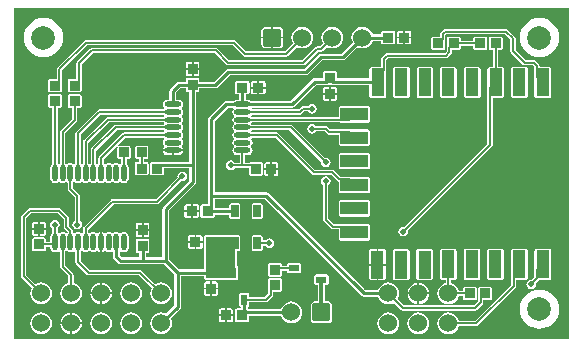
<source format=gbr>
%TF.GenerationSoftware,Altium Limited,Altium Designer,20.1.8 (145)*%
G04 Layer_Physical_Order=1*
G04 Layer_Color=2232046*
%FSLAX45Y45*%
%MOMM*%
%TF.SameCoordinates,2300FDCC-ED38-457A-842E-A9769F27D6F2*%
%TF.FilePolarity,Positive*%
%TF.FileFunction,Copper,L1,Top,Signal*%
%TF.Part,Single*%
G01*
G75*
%TA.AperFunction,SMDPad,CuDef*%
G04:AMPARAMS|DCode=10|XSize=0.55mm|YSize=0.9mm|CornerRadius=0.00275mm|HoleSize=0mm|Usage=FLASHONLY|Rotation=90.000|XOffset=0mm|YOffset=0mm|HoleType=Round|Shape=RoundedRectangle|*
%AMROUNDEDRECTD10*
21,1,0.55000,0.89450,0,0,90.0*
21,1,0.54450,0.90000,0,0,90.0*
1,1,0.00550,0.44725,0.27225*
1,1,0.00550,0.44725,-0.27225*
1,1,0.00550,-0.44725,-0.27225*
1,1,0.00550,-0.44725,0.27225*
%
%ADD10ROUNDEDRECTD10*%
G04:AMPARAMS|DCode=11|XSize=0.55mm|YSize=0.9mm|CornerRadius=0.00275mm|HoleSize=0mm|Usage=FLASHONLY|Rotation=0.000|XOffset=0mm|YOffset=0mm|HoleType=Round|Shape=RoundedRectangle|*
%AMROUNDEDRECTD11*
21,1,0.55000,0.89450,0,0,0.0*
21,1,0.54450,0.90000,0,0,0.0*
1,1,0.00550,0.27225,-0.44725*
1,1,0.00550,-0.27225,-0.44725*
1,1,0.00550,-0.27225,0.44725*
1,1,0.00550,0.27225,0.44725*
%
%ADD11ROUNDEDRECTD11*%
G04:AMPARAMS|DCode=12|XSize=0.85mm|YSize=0.85mm|CornerRadius=0.00425mm|HoleSize=0mm|Usage=FLASHONLY|Rotation=0.000|XOffset=0mm|YOffset=0mm|HoleType=Round|Shape=RoundedRectangle|*
%AMROUNDEDRECTD12*
21,1,0.85000,0.84150,0,0,0.0*
21,1,0.84150,0.85000,0,0,0.0*
1,1,0.00850,0.42075,-0.42075*
1,1,0.00850,-0.42075,-0.42075*
1,1,0.00850,-0.42075,0.42075*
1,1,0.00850,0.42075,0.42075*
%
%ADD12ROUNDEDRECTD12*%
G04:AMPARAMS|DCode=13|XSize=0.85mm|YSize=0.85mm|CornerRadius=0.00425mm|HoleSize=0mm|Usage=FLASHONLY|Rotation=90.000|XOffset=0mm|YOffset=0mm|HoleType=Round|Shape=RoundedRectangle|*
%AMROUNDEDRECTD13*
21,1,0.85000,0.84150,0,0,90.0*
21,1,0.84150,0.85000,0,0,90.0*
1,1,0.00850,0.42075,0.42075*
1,1,0.00850,0.42075,-0.42075*
1,1,0.00850,-0.42075,-0.42075*
1,1,0.00850,-0.42075,0.42075*
%
%ADD13ROUNDEDRECTD13*%
%ADD14O,0.45000X1.40000*%
%ADD15O,1.40000X0.45000*%
G04:AMPARAMS|DCode=16|XSize=0.8mm|YSize=0.8mm|CornerRadius=0.004mm|HoleSize=0mm|Usage=FLASHONLY|Rotation=270.000|XOffset=0mm|YOffset=0mm|HoleType=Round|Shape=RoundedRectangle|*
%AMROUNDEDRECTD16*
21,1,0.80000,0.79200,0,0,270.0*
21,1,0.79200,0.80000,0,0,270.0*
1,1,0.00800,-0.39600,-0.39600*
1,1,0.00800,-0.39600,0.39600*
1,1,0.00800,0.39600,0.39600*
1,1,0.00800,0.39600,-0.39600*
%
%ADD16ROUNDEDRECTD16*%
G04:AMPARAMS|DCode=17|XSize=0.6mm|YSize=1.05mm|CornerRadius=0.003mm|HoleSize=0mm|Usage=FLASHONLY|Rotation=180.000|XOffset=0mm|YOffset=0mm|HoleType=Round|Shape=RoundedRectangle|*
%AMROUNDEDRECTD17*
21,1,0.60000,1.04400,0,0,180.0*
21,1,0.59400,1.05000,0,0,180.0*
1,1,0.00600,-0.29700,0.52200*
1,1,0.00600,0.29700,0.52200*
1,1,0.00600,0.29700,-0.52200*
1,1,0.00600,-0.29700,-0.52200*
%
%ADD17ROUNDEDRECTD17*%
G04:AMPARAMS|DCode=18|XSize=0.85mm|YSize=0.9mm|CornerRadius=0.00425mm|HoleSize=0mm|Usage=FLASHONLY|Rotation=0.000|XOffset=0mm|YOffset=0mm|HoleType=Round|Shape=RoundedRectangle|*
%AMROUNDEDRECTD18*
21,1,0.85000,0.89150,0,0,0.0*
21,1,0.84150,0.90000,0,0,0.0*
1,1,0.00850,0.42075,-0.44575*
1,1,0.00850,-0.42075,-0.44575*
1,1,0.00850,-0.42075,0.44575*
1,1,0.00850,0.42075,0.44575*
%
%ADD18ROUNDEDRECTD18*%
G04:AMPARAMS|DCode=19|XSize=0.85mm|YSize=0.9mm|CornerRadius=0.00425mm|HoleSize=0mm|Usage=FLASHONLY|Rotation=90.000|XOffset=0mm|YOffset=0mm|HoleType=Round|Shape=RoundedRectangle|*
%AMROUNDEDRECTD19*
21,1,0.85000,0.89150,0,0,90.0*
21,1,0.84150,0.90000,0,0,90.0*
1,1,0.00850,0.44575,0.42075*
1,1,0.00850,0.44575,-0.42075*
1,1,0.00850,-0.44575,-0.42075*
1,1,0.00850,-0.44575,0.42075*
%
%ADD19ROUNDEDRECTD19*%
%TA.AperFunction,ConnectorPad*%
G04:AMPARAMS|DCode=20|XSize=1.1mm|YSize=2.3mm|CornerRadius=0.0055mm|HoleSize=0mm|Usage=FLASHONLY|Rotation=0.000|XOffset=0mm|YOffset=0mm|HoleType=Round|Shape=RoundedRectangle|*
%AMROUNDEDRECTD20*
21,1,1.10000,2.28900,0,0,0.0*
21,1,1.08900,2.30000,0,0,0.0*
1,1,0.01100,0.54450,-1.14450*
1,1,0.01100,-0.54450,-1.14450*
1,1,0.01100,-0.54450,1.14450*
1,1,0.01100,0.54450,1.14450*
%
%ADD20ROUNDEDRECTD20*%
G04:AMPARAMS|DCode=21|XSize=1.1mm|YSize=2.3mm|CornerRadius=0.0055mm|HoleSize=0mm|Usage=FLASHONLY|Rotation=90.000|XOffset=0mm|YOffset=0mm|HoleType=Round|Shape=RoundedRectangle|*
%AMROUNDEDRECTD21*
21,1,1.10000,2.28900,0,0,90.0*
21,1,1.08900,2.30000,0,0,90.0*
1,1,0.01100,1.14450,0.54450*
1,1,0.01100,1.14450,-0.54450*
1,1,0.01100,-1.14450,-0.54450*
1,1,0.01100,-1.14450,0.54450*
%
%ADD21ROUNDEDRECTD21*%
%TA.AperFunction,Conductor*%
%ADD22C,0.25400*%
%ADD23C,0.12700*%
%ADD24C,0.30480*%
%TA.AperFunction,WasherPad*%
%ADD25C,2.00000*%
%TA.AperFunction,ComponentPad*%
%ADD26C,1.52400*%
G04:AMPARAMS|DCode=27|XSize=1.524mm|YSize=1.524mm|CornerRadius=0.1905mm|HoleSize=0mm|Usage=FLASHONLY|Rotation=180.000|XOffset=0mm|YOffset=0mm|HoleType=Round|Shape=RoundedRectangle|*
%AMROUNDEDRECTD27*
21,1,1.52400,1.14300,0,0,180.0*
21,1,1.14300,1.52400,0,0,180.0*
1,1,0.38100,-0.57150,0.57150*
1,1,0.38100,0.57150,0.57150*
1,1,0.38100,0.57150,-0.57150*
1,1,0.38100,-0.57150,-0.57150*
%
%ADD27ROUNDEDRECTD27*%
%TA.AperFunction,ViaPad*%
%ADD28C,0.50000*%
G36*
X4700000Y0D02*
X0D01*
Y2800000D01*
X4700000Y2800000D01*
Y0D01*
D02*
G37*
%LPC*%
G36*
X3349695Y2608047D02*
X3312740D01*
Y2557620D01*
X3365667D01*
Y2592075D01*
X3364451Y2598187D01*
X3360989Y2603369D01*
X3355807Y2606831D01*
X3349695Y2608047D01*
D02*
G37*
G36*
X3297500D02*
X3260545D01*
X3254433Y2606831D01*
X3249251Y2603369D01*
X3245789Y2598187D01*
X3244573Y2592075D01*
Y2557620D01*
X3297500D01*
Y2608047D01*
D02*
G37*
G36*
X2245150Y2642112D02*
X2195620D01*
Y2557620D01*
X2280112D01*
Y2607150D01*
X2277450Y2620529D01*
X2269872Y2631872D01*
X2258529Y2639450D01*
X2245150Y2642112D01*
D02*
G37*
G36*
X2180380D02*
X2130850D01*
X2117470Y2639450D01*
X2106128Y2631872D01*
X2098549Y2620529D01*
X2095888Y2607150D01*
Y2557620D01*
X2180380D01*
Y2642112D01*
D02*
G37*
G36*
X3991415Y2558047D02*
X3907265D01*
X3901153Y2556831D01*
X3895971Y2553369D01*
X3892509Y2548187D01*
X3891293Y2542075D01*
Y2522013D01*
X3781687D01*
Y2542075D01*
X3780471Y2548187D01*
X3777009Y2553369D01*
X3771827Y2556831D01*
X3765715Y2558047D01*
X3681565D01*
X3675453Y2556831D01*
X3670271Y2553369D01*
X3666809Y2548187D01*
X3665593Y2542075D01*
Y2464433D01*
X3665477Y2463850D01*
Y2434737D01*
X3649378Y2418638D01*
X3160660D01*
X3152236Y2416962D01*
X3145094Y2412191D01*
X3114125Y2381221D01*
X3109353Y2374080D01*
X3107677Y2365656D01*
Y2300109D01*
X3026670D01*
X3020509Y2298884D01*
X3015286Y2295394D01*
X3011796Y2290171D01*
X3010571Y2284010D01*
Y2206232D01*
X2734063D01*
Y2254015D01*
X2732847Y2260127D01*
X2729385Y2265309D01*
X2724204Y2268771D01*
X2718092Y2269987D01*
X2633941D01*
X2627829Y2268771D01*
X2622648Y2265309D01*
X2619186Y2260127D01*
X2617970Y2254015D01*
Y2205627D01*
X2547217D01*
X2547216Y2205627D01*
X2536314Y2203459D01*
X2527072Y2197283D01*
X2343276Y2013487D01*
X2007796D01*
X1997226Y2020550D01*
X1982500Y2023479D01*
X1963488D01*
Y2067933D01*
X1979575D01*
X1985688Y2069149D01*
X1990869Y2072611D01*
X1994331Y2077793D01*
X1995547Y2083905D01*
Y2168055D01*
X1994331Y2174167D01*
X1990869Y2179349D01*
X1985688Y2182811D01*
X1979575Y2184027D01*
X1890425D01*
X1884313Y2182811D01*
X1879132Y2179349D01*
X1875670Y2174167D01*
X1874454Y2168055D01*
Y2083905D01*
X1875670Y2077793D01*
X1879132Y2072611D01*
X1884313Y2069149D01*
X1890425Y2067933D01*
X1906513D01*
Y2023479D01*
X1887500D01*
X1872775Y2020550D01*
X1862205Y2013487D01*
X1798413D01*
X1798412Y2013488D01*
X1787511Y2011319D01*
X1778268Y2005144D01*
X1778268Y2005143D01*
X1652036Y1878912D01*
X1645861Y1869670D01*
X1643692Y1858768D01*
X1643693Y1858767D01*
Y1210461D01*
Y1137887D01*
X1595305D01*
X1589193Y1136671D01*
X1584011Y1133209D01*
X1580549Y1128028D01*
X1579333Y1121915D01*
Y1037765D01*
X1580549Y1031653D01*
X1584011Y1026471D01*
X1589193Y1023009D01*
X1595305Y1021793D01*
X1684455D01*
X1690567Y1023009D01*
X1695749Y1026471D01*
X1699211Y1031653D01*
X1700427Y1037765D01*
Y1051353D01*
X1824456D01*
Y1027640D01*
X1825662Y1021577D01*
X1829096Y1016437D01*
X1834237Y1013002D01*
X1840300Y1011796D01*
X1899700D01*
X1905764Y1013002D01*
X1910904Y1016437D01*
X1914339Y1021577D01*
X1915545Y1027640D01*
Y1132040D01*
X1914339Y1138104D01*
X1910904Y1143244D01*
X1905764Y1146679D01*
X1899700Y1147885D01*
X1840300D01*
X1834237Y1146679D01*
X1829096Y1143244D01*
X1825662Y1138104D01*
X1824456Y1132040D01*
Y1108328D01*
X1700667D01*
Y1181974D01*
X2125460D01*
X2943577Y363856D01*
X2952819Y357681D01*
X2963721Y355512D01*
X2963722Y355513D01*
X3082826D01*
X3090127Y337886D01*
X3104784Y318784D01*
X3123886Y304127D01*
X3146129Y294914D01*
X3170000Y291771D01*
X3193871Y294914D01*
X3216114Y304127D01*
X3217601Y305268D01*
X3279048Y243822D01*
X3286189Y239051D01*
X3294613Y237375D01*
X3905562D01*
X3913986Y239051D01*
X3921128Y243822D01*
X3969596Y292291D01*
X3974367Y299432D01*
X3976043Y307856D01*
Y325953D01*
X4032255D01*
X4038368Y327169D01*
X4043549Y330631D01*
X4047011Y335813D01*
X4048227Y341925D01*
Y426075D01*
X4047011Y432187D01*
X4043549Y437369D01*
X4038368Y440831D01*
X4032255Y442047D01*
X3948105D01*
X3941993Y440831D01*
X3936811Y437369D01*
X3933349Y432187D01*
X3932133Y426075D01*
Y348433D01*
X3932017Y347850D01*
Y316974D01*
X3896444Y281401D01*
X3303731D01*
X3248732Y336399D01*
X3249873Y337886D01*
X3259086Y360129D01*
X3262229Y384000D01*
X3259086Y407871D01*
X3249873Y430114D01*
X3235216Y449216D01*
X3216114Y463873D01*
X3193871Y473086D01*
X3170000Y476229D01*
X3146129Y473086D01*
X3123886Y463873D01*
X3104784Y449216D01*
X3090127Y430114D01*
X3082826Y412487D01*
X2975521D01*
X2157403Y1230605D01*
X2148161Y1236780D01*
X2137260Y1238948D01*
X2137258Y1238948D01*
X1700667D01*
Y1846968D01*
X1810212Y1956513D01*
X1855928D01*
X1858732Y1950534D01*
X1859671Y1946557D01*
X1859535Y1946077D01*
X1851950Y1934725D01*
X1849021Y1920000D01*
X1851950Y1905275D01*
X1859535Y1893923D01*
X1860607Y1890140D01*
Y1884860D01*
X1859535Y1881077D01*
X1851950Y1869725D01*
X1849021Y1855000D01*
X1851950Y1840275D01*
X1860291Y1827791D01*
X1860607Y1827580D01*
Y1817420D01*
X1860291Y1817209D01*
X1851950Y1804725D01*
X1849021Y1790000D01*
X1851950Y1775275D01*
X1859535Y1763923D01*
X1860607Y1760140D01*
Y1754860D01*
X1859535Y1751077D01*
X1851950Y1739726D01*
X1849021Y1725000D01*
X1851950Y1710275D01*
X1860291Y1697791D01*
X1860607Y1697580D01*
Y1687420D01*
X1860291Y1687209D01*
X1851950Y1674725D01*
X1849021Y1660000D01*
X1851950Y1645275D01*
X1859535Y1633923D01*
X1860607Y1630140D01*
Y1624860D01*
X1859535Y1621077D01*
X1851950Y1609726D01*
X1849021Y1595000D01*
X1851950Y1580275D01*
X1860291Y1567791D01*
X1872775Y1559450D01*
X1887500Y1556521D01*
X1912988D01*
Y1491939D01*
X1870211D01*
X1865535Y1498937D01*
X1852224Y1507831D01*
X1836524Y1510954D01*
X1820823Y1507831D01*
X1807512Y1498937D01*
X1798618Y1485626D01*
X1795495Y1469926D01*
X1798618Y1454225D01*
X1807512Y1440914D01*
X1820823Y1432021D01*
X1836524Y1428897D01*
X1852224Y1432021D01*
X1865535Y1440914D01*
X1870211Y1447913D01*
X1991733D01*
Y1394831D01*
X1992949Y1388718D01*
X1996411Y1383537D01*
X2001593Y1380075D01*
X2007705Y1378859D01*
X2091855D01*
X2097967Y1380075D01*
X2103149Y1383537D01*
X2106611Y1388718D01*
X2107827Y1394831D01*
Y1478981D01*
X2106611Y1485093D01*
X2103149Y1490275D01*
X2097967Y1493737D01*
X2091855Y1494953D01*
X2007705D01*
X2001593Y1493737D01*
X1998902Y1491939D01*
X1957013D01*
Y1556521D01*
X1982500D01*
X1997226Y1559450D01*
X2009709Y1567791D01*
X2018051Y1580275D01*
X2020980Y1595000D01*
X2018051Y1609726D01*
X2010466Y1621077D01*
X2009394Y1624860D01*
Y1630140D01*
X2010466Y1633923D01*
X2018051Y1645275D01*
X2020980Y1660000D01*
X2018051Y1674725D01*
X2009709Y1687209D01*
X2009394Y1687420D01*
Y1694396D01*
X2014979Y1702987D01*
X2215582D01*
X2524765Y1393804D01*
X2531906Y1389033D01*
X2540330Y1387357D01*
X2687508D01*
X2741060Y1333805D01*
X2748202Y1329033D01*
X2752291Y1328220D01*
Y1246270D01*
X2753516Y1240109D01*
X2757006Y1234886D01*
X2762229Y1231396D01*
X2768390Y1230171D01*
X2997290D01*
X3003451Y1231396D01*
X3008674Y1234886D01*
X3012164Y1240109D01*
X3013389Y1246270D01*
Y1355170D01*
X3012164Y1361331D01*
X3008674Y1366554D01*
X3003451Y1370044D01*
X2997290Y1371269D01*
X2834762D01*
X2834190Y1371383D01*
X2765744D01*
X2712191Y1424935D01*
X2705049Y1429707D01*
X2696626Y1431383D01*
X2549448D01*
X2240265Y1740565D01*
X2233124Y1745337D01*
X2224700Y1747013D01*
X2013181D01*
X2010466Y1751077D01*
X2009394Y1754860D01*
Y1759396D01*
X2014979Y1767987D01*
X2333178D01*
X2600829Y1500336D01*
X2599187Y1492081D01*
X2602311Y1476380D01*
X2611204Y1463069D01*
X2624515Y1454175D01*
X2640216Y1451052D01*
X2655916Y1454175D01*
X2669227Y1463069D01*
X2678121Y1476380D01*
X2681244Y1492081D01*
X2678121Y1507781D01*
X2669227Y1521092D01*
X2655916Y1529986D01*
X2640216Y1533109D01*
X2631960Y1531467D01*
X2357862Y1805565D01*
X2350720Y1810337D01*
X2342296Y1812013D01*
X2013181D01*
X2010466Y1816077D01*
X2009394Y1819859D01*
Y1824396D01*
X2014979Y1832987D01*
X2759010D01*
X2762229Y1830836D01*
X2768390Y1829611D01*
X2997290D01*
X3003451Y1830836D01*
X3008674Y1834326D01*
X3012164Y1839549D01*
X3013389Y1845710D01*
Y1954610D01*
X3012164Y1960771D01*
X3008674Y1965994D01*
X3003451Y1969484D01*
X2997290Y1970709D01*
X2768390D01*
X2762229Y1969484D01*
X2757006Y1965994D01*
X2753516Y1960771D01*
X2752291Y1954610D01*
Y1877013D01*
X2013181D01*
X2010466Y1881077D01*
X2009394Y1884860D01*
Y1889396D01*
X2014979Y1897987D01*
X2421165D01*
X2429589Y1899663D01*
X2436731Y1904435D01*
X2457774Y1925478D01*
X2490512D01*
X2495189Y1918479D01*
X2508499Y1909585D01*
X2524200Y1906462D01*
X2539901Y1909585D01*
X2553211Y1918479D01*
X2562105Y1931790D01*
X2565228Y1947491D01*
X2562105Y1963191D01*
X2553211Y1976502D01*
X2539901Y1985396D01*
X2524200Y1988519D01*
X2508499Y1985396D01*
X2495189Y1976502D01*
X2490512Y1969504D01*
X2448656D01*
X2440232Y1967828D01*
X2433091Y1963056D01*
X2412047Y1942013D01*
X2018626D01*
X2014879Y1946353D01*
X2016659Y1952461D01*
X2020150Y1956513D01*
X2355075D01*
X2355076Y1956512D01*
X2365978Y1958681D01*
X2375220Y1964856D01*
X2559016Y2148652D01*
X2643715D01*
X2643716Y2148652D01*
X2644928Y2148893D01*
X2718092D01*
X2719920Y2149257D01*
X3010571D01*
Y2055110D01*
X3011796Y2048949D01*
X3015286Y2043726D01*
X3020509Y2040236D01*
X3026670Y2039011D01*
X3135570D01*
X3141731Y2040236D01*
X3146954Y2043726D01*
X3150444Y2048949D01*
X3151669Y2055110D01*
Y2277960D01*
X3151703Y2278130D01*
Y2356538D01*
X3169778Y2374612D01*
X3658496D01*
X3666920Y2376288D01*
X3674061Y2381060D01*
X3703055Y2410054D01*
X3707827Y2417195D01*
X3709503Y2425619D01*
Y2441953D01*
X3765715D01*
X3771827Y2443169D01*
X3777009Y2446631D01*
X3780471Y2451813D01*
X3781687Y2457925D01*
Y2477987D01*
X3891293D01*
Y2457925D01*
X3892509Y2451813D01*
X3895971Y2446631D01*
X3901153Y2443169D01*
X3907265Y2441953D01*
X3991415D01*
X3997527Y2443169D01*
X4002709Y2446631D01*
X4006171Y2451813D01*
X4007387Y2457925D01*
Y2542075D01*
X4006171Y2548187D01*
X4002709Y2553369D01*
X3997527Y2556831D01*
X3991415Y2558047D01*
D02*
G37*
G36*
X3365667Y2542380D02*
X3312740D01*
Y2491953D01*
X3349695D01*
X3355807Y2493169D01*
X3360989Y2496631D01*
X3364451Y2501813D01*
X3365667Y2507925D01*
Y2542380D01*
D02*
G37*
G36*
X3297500D02*
X3244573D01*
Y2507925D01*
X3245789Y2501813D01*
X3249251Y2496631D01*
X3254433Y2493169D01*
X3260545Y2491953D01*
X3297500D01*
Y2542380D01*
D02*
G37*
G36*
X2950000Y2642229D02*
X2926129Y2639086D01*
X2903885Y2629873D01*
X2884784Y2615216D01*
X2870127Y2596114D01*
X2860914Y2573871D01*
X2857771Y2550000D01*
X2860914Y2526129D01*
X2868215Y2508502D01*
X2773104Y2413391D01*
X2596790D01*
X2585889Y2411223D01*
X2576647Y2405048D01*
X2576646Y2405047D01*
X2459280Y2287681D01*
X1817020D01*
X1817018Y2287681D01*
X1806117Y2285512D01*
X1796875Y2279337D01*
X1694865Y2177327D01*
X1571268D01*
Y2193415D01*
X1570052Y2199527D01*
X1566590Y2204709D01*
X1561409Y2208171D01*
X1555297Y2209387D01*
X1471146D01*
X1465034Y2208171D01*
X1459853Y2204709D01*
X1456391Y2199527D01*
X1455175Y2193415D01*
Y2177327D01*
X1396116D01*
X1396115Y2177328D01*
X1385213Y2175159D01*
X1375971Y2168984D01*
X1375971Y2168983D01*
X1324857Y2117869D01*
X1318681Y2108627D01*
X1316513Y2097726D01*
X1316513Y2097724D01*
Y2023479D01*
X1297500D01*
X1282775Y2020550D01*
X1270291Y2012209D01*
X1261950Y1999725D01*
X1259021Y1985000D01*
X1261950Y1970275D01*
X1270291Y1957791D01*
X1270607Y1957580D01*
Y1950604D01*
X1265022Y1942013D01*
X723697D01*
X715272Y1940337D01*
X708131Y1935565D01*
X526935Y1754369D01*
X522163Y1747227D01*
X520487Y1738803D01*
Y1480681D01*
X516423Y1477966D01*
X512641Y1476893D01*
X507359D01*
X503577Y1477966D01*
X492225Y1485550D01*
X477500Y1488479D01*
X462775Y1485550D01*
X451423Y1477966D01*
X447640Y1476894D01*
X443104D01*
X434513Y1482478D01*
Y1741962D01*
X531185Y1838635D01*
X535957Y1845776D01*
X537633Y1854200D01*
Y1955713D01*
X557695D01*
X563807Y1956929D01*
X568989Y1960391D01*
X572451Y1965573D01*
X573667Y1971685D01*
Y2055835D01*
X572451Y2061947D01*
X568989Y2067129D01*
X563807Y2070591D01*
X557695Y2071807D01*
X473545D01*
X467433Y2070591D01*
X462251Y2067129D01*
X458789Y2061947D01*
X457573Y2055835D01*
Y1971685D01*
X458789Y1965573D01*
X462251Y1960391D01*
X467433Y1956929D01*
X473545Y1955713D01*
X493607D01*
Y1863318D01*
X396935Y1766645D01*
X392163Y1759504D01*
X390487Y1751080D01*
Y1480681D01*
X386423Y1477966D01*
X382641Y1476893D01*
X378104D01*
X369513Y1482479D01*
Y1955713D01*
X389575D01*
X395687Y1956929D01*
X400869Y1960391D01*
X404331Y1965573D01*
X405547Y1971685D01*
Y2055835D01*
X404331Y2061947D01*
X400869Y2067129D01*
X395687Y2070591D01*
X389575Y2071807D01*
X305425D01*
X299313Y2070591D01*
X294131Y2067129D01*
X290669Y2061947D01*
X289453Y2055835D01*
Y1971685D01*
X290669Y1965573D01*
X294131Y1960391D01*
X299313Y1956929D01*
X305425Y1955713D01*
X325487D01*
Y1480681D01*
X320291Y1477209D01*
X311950Y1464726D01*
X309021Y1450000D01*
Y1355000D01*
X311950Y1340275D01*
X320291Y1327791D01*
X332775Y1319450D01*
X347500Y1316521D01*
X362225Y1319450D01*
X373577Y1327035D01*
X377359Y1328107D01*
X382641D01*
X386423Y1327035D01*
X397775Y1319450D01*
X412500Y1316521D01*
X427225Y1319450D01*
X438577Y1327035D01*
X442360Y1328107D01*
X446909D01*
X455497Y1320190D01*
Y1264930D01*
X457173Y1256506D01*
X461945Y1249365D01*
X514932Y1196377D01*
Y1000150D01*
X507934Y995473D01*
X499040Y982163D01*
X495917Y966462D01*
X499040Y950761D01*
X507934Y937451D01*
X521245Y928557D01*
X536945Y925434D01*
X552646Y928557D01*
X565957Y937451D01*
X574851Y950761D01*
X577974Y966462D01*
X574851Y982163D01*
X565957Y995473D01*
X558958Y1000150D01*
Y1205495D01*
X557283Y1213919D01*
X552511Y1221060D01*
X499523Y1274048D01*
Y1324326D01*
X503577Y1327035D01*
X507359Y1328107D01*
X512641D01*
X516423Y1327035D01*
X527775Y1319450D01*
X542500Y1316521D01*
X557225Y1319450D01*
X568577Y1327035D01*
X572360Y1328107D01*
X577640D01*
X581423Y1327035D01*
X592775Y1319450D01*
X607500Y1316521D01*
X622225Y1319450D01*
X633577Y1327035D01*
X637359Y1328107D01*
X642641D01*
X646423Y1327035D01*
X657775Y1319450D01*
X672500Y1316521D01*
X687225Y1319450D01*
X698577Y1327035D01*
X702360Y1328107D01*
X707640D01*
X711423Y1327035D01*
X722775Y1319450D01*
X737500Y1316521D01*
X752225Y1319450D01*
X763577Y1327035D01*
X767359Y1328107D01*
X772641D01*
X776423Y1327035D01*
X787775Y1319450D01*
X802500Y1316521D01*
X817225Y1319450D01*
X828577Y1327035D01*
X832360Y1328107D01*
X837640D01*
X841423Y1327035D01*
X852775Y1319450D01*
X867500Y1316521D01*
X882225Y1319450D01*
X893577Y1327035D01*
X897359Y1328107D01*
X902641D01*
X906423Y1327035D01*
X917775Y1319450D01*
X932500Y1316521D01*
X947225Y1319450D01*
X959709Y1327791D01*
X968050Y1340275D01*
X970979Y1355000D01*
Y1450000D01*
X968050Y1464726D01*
X959709Y1477209D01*
X954513Y1480681D01*
Y1521794D01*
X972100D01*
X978202Y1523008D01*
X983376Y1526464D01*
X986832Y1531638D01*
X988046Y1537740D01*
Y1616940D01*
X986832Y1623042D01*
X983376Y1628216D01*
X978202Y1631672D01*
X972100Y1632886D01*
X892900D01*
X886798Y1631672D01*
X881624Y1628216D01*
X878168Y1623042D01*
X876954Y1616940D01*
Y1537740D01*
X878168Y1531638D01*
X881624Y1526464D01*
X886798Y1523008D01*
X892900Y1521794D01*
X910487D01*
Y1480681D01*
X906423Y1477966D01*
X902641Y1476893D01*
X897359D01*
X893577Y1477966D01*
X882225Y1485550D01*
X867500Y1488479D01*
X852775Y1485550D01*
X841423Y1477966D01*
X837640Y1476894D01*
X832360D01*
X828577Y1477966D01*
X817225Y1485550D01*
X802500Y1488479D01*
X787775Y1485550D01*
X776423Y1477966D01*
X772641Y1476893D01*
X768104D01*
X759513Y1482479D01*
Y1523554D01*
X938946Y1702987D01*
X1266819D01*
X1269535Y1698923D01*
X1270607Y1695141D01*
Y1687420D01*
X1270291Y1687209D01*
X1261950Y1674725D01*
X1259021Y1660000D01*
X1261950Y1645275D01*
X1269535Y1633923D01*
X1270607Y1630140D01*
Y1624860D01*
X1269535Y1621077D01*
X1261950Y1609726D01*
X1260537Y1602620D01*
X1345000D01*
X1429464D01*
X1428050Y1609726D01*
X1420466Y1621077D01*
X1419394Y1624860D01*
Y1630140D01*
X1420466Y1633923D01*
X1428050Y1645275D01*
X1430980Y1660000D01*
X1428050Y1674725D01*
X1419709Y1687209D01*
X1419394Y1687420D01*
Y1697580D01*
X1419709Y1697791D01*
X1428050Y1710275D01*
X1430980Y1725000D01*
X1428050Y1739726D01*
X1420466Y1751077D01*
X1419394Y1754860D01*
Y1760140D01*
X1420466Y1763923D01*
X1428050Y1775275D01*
X1430980Y1790000D01*
X1428050Y1804725D01*
X1419709Y1817209D01*
X1419394Y1817420D01*
Y1827580D01*
X1419709Y1827791D01*
X1428050Y1840275D01*
X1430980Y1855000D01*
X1428050Y1869725D01*
X1420466Y1881077D01*
X1419394Y1884860D01*
Y1890140D01*
X1420466Y1893923D01*
X1428050Y1905275D01*
X1430980Y1920000D01*
X1428050Y1934725D01*
X1419709Y1947209D01*
X1419394Y1947420D01*
Y1957580D01*
X1419709Y1957791D01*
X1428050Y1970275D01*
X1430980Y1985000D01*
X1428050Y1999725D01*
X1419709Y2012209D01*
X1407226Y2020550D01*
X1392500Y2023479D01*
X1373488D01*
Y2085925D01*
X1407915Y2120353D01*
X1455175D01*
Y2104265D01*
X1456391Y2098153D01*
X1459853Y2092971D01*
X1465034Y2089509D01*
X1471146Y2088293D01*
X1484734D01*
Y1498467D01*
X1242302D01*
X1242300Y1498468D01*
X1241090Y1498227D01*
X1170425D01*
X1164313Y1497011D01*
X1159131Y1493549D01*
X1155669Y1488367D01*
X1154453Y1482255D01*
Y1398105D01*
X1155669Y1391993D01*
X1159131Y1386811D01*
X1164313Y1383349D01*
X1170425Y1382133D01*
X1254575D01*
X1260688Y1383349D01*
X1265869Y1386811D01*
X1269331Y1391993D01*
X1270547Y1398105D01*
Y1441493D01*
X1484734D01*
Y1337639D01*
X1266496Y1119401D01*
X1260321Y1110159D01*
X1258152Y1099258D01*
X1258152Y1099256D01*
Y688887D01*
X1118487D01*
Y726273D01*
X1132075D01*
X1138187Y727489D01*
X1143369Y730951D01*
X1146831Y736133D01*
X1148047Y742245D01*
Y831395D01*
X1146831Y837507D01*
X1143369Y842689D01*
X1138187Y846151D01*
X1132075Y847367D01*
X1047925D01*
X1041813Y846151D01*
X1036631Y842689D01*
X1033169Y837507D01*
X1031953Y831395D01*
Y742245D01*
X1033169Y736133D01*
X1036631Y730951D01*
X1041813Y727489D01*
X1047925Y726273D01*
X1061513D01*
Y688887D01*
X914626D01*
X895987Y707526D01*
Y738428D01*
X901966Y741231D01*
X905943Y742171D01*
X906423Y742035D01*
X917775Y734450D01*
X932500Y731521D01*
X947225Y734450D01*
X959709Y742791D01*
X968050Y755275D01*
X970979Y770000D01*
Y865000D01*
X968050Y879725D01*
X959709Y892209D01*
X947225Y900550D01*
X932500Y903479D01*
X917775Y900550D01*
X906423Y892965D01*
X902641Y891893D01*
X897359D01*
X893577Y892965D01*
X882225Y900550D01*
X867500Y903479D01*
X852775Y900550D01*
X841423Y892965D01*
X837640Y891894D01*
X832360D01*
X828577Y892965D01*
X817225Y900550D01*
X802500Y903479D01*
X787775Y900550D01*
X776423Y892965D01*
X772641Y891893D01*
X767359D01*
X763577Y892965D01*
X752225Y900550D01*
X745120Y901964D01*
Y817500D01*
Y733037D01*
X752225Y734450D01*
X763577Y742035D01*
X767359Y743107D01*
X772641D01*
X776423Y742035D01*
X787775Y734450D01*
X802500Y731521D01*
X817225Y734450D01*
X828577Y742035D01*
X829057Y742170D01*
X833035Y741231D01*
X839013Y738427D01*
Y695727D01*
X839012Y695726D01*
X841181Y684824D01*
X847356Y675582D01*
X882682Y640257D01*
X882682Y640256D01*
X891924Y634081D01*
X902826Y631913D01*
X1274840D01*
X1358552Y548201D01*
Y282840D01*
X1287497Y211785D01*
X1269870Y219086D01*
X1246000Y222229D01*
X1222129Y219086D01*
X1199885Y209873D01*
X1180784Y195216D01*
X1166127Y176114D01*
X1156914Y153871D01*
X1153771Y130000D01*
X1156914Y106129D01*
X1166127Y83886D01*
X1180784Y64784D01*
X1199885Y50127D01*
X1222129Y40914D01*
X1246000Y37771D01*
X1269870Y40914D01*
X1292114Y50127D01*
X1311216Y64784D01*
X1325872Y83886D01*
X1335086Y106129D01*
X1338229Y130000D01*
X1335086Y153871D01*
X1327785Y171497D01*
X1407183Y250896D01*
X1413358Y260138D01*
X1415527Y271040D01*
X1415527Y271041D01*
Y531513D01*
X1611005D01*
Y515000D01*
X1612993Y510199D01*
X1613169Y509313D01*
X1613671Y508563D01*
X1615836Y503336D01*
X1621064Y501170D01*
X1621813Y500670D01*
X1622697Y500494D01*
X1627500Y498504D01*
X1870203Y498505D01*
X1872501Y499457D01*
X1882225D01*
X1888279Y500661D01*
X1893411Y504090D01*
X1896840Y509222D01*
X1898044Y515276D01*
Y604725D01*
X1896840Y610779D01*
X1893411Y615911D01*
X1888279Y619340D01*
X1886699Y619655D01*
Y741796D01*
X1899700D01*
X1905764Y743002D01*
X1910904Y746437D01*
X1914339Y751577D01*
X1915545Y757640D01*
Y862040D01*
X1914339Y868104D01*
X1910904Y873244D01*
X1905764Y876679D01*
X1899700Y877885D01*
X1872885D01*
X1870203Y878996D01*
X1627498Y878995D01*
X1622661Y876992D01*
X1621853Y876831D01*
X1621168Y876373D01*
X1615834Y874164D01*
X1613601Y868773D01*
X1613210Y868187D01*
X1613072Y867496D01*
X1611002Y862499D01*
X1611004Y595672D01*
X1603820Y588488D01*
X1398839D01*
X1315127Y672200D01*
Y1087458D01*
X1533364Y1305695D01*
X1533365Y1305696D01*
X1539540Y1314938D01*
X1541709Y1325839D01*
X1541709Y1325841D01*
Y1469980D01*
Y2088293D01*
X1555297D01*
X1561409Y2089509D01*
X1566590Y2092971D01*
X1570052Y2098153D01*
X1571268Y2104265D01*
Y2120353D01*
X1706664D01*
X1706665Y2120352D01*
X1717567Y2122521D01*
X1726809Y2128696D01*
X1828819Y2230706D01*
X2471078D01*
X2471080Y2230706D01*
X2481981Y2232874D01*
X2491223Y2239050D01*
X2608590Y2356417D01*
X2784902D01*
X2784904Y2356416D01*
X2795805Y2358585D01*
X2805047Y2364760D01*
X2908502Y2468215D01*
X2926129Y2460914D01*
X2950000Y2457771D01*
X2973870Y2460914D01*
X2996114Y2470127D01*
X3015215Y2484784D01*
X3029872Y2503886D01*
X3037174Y2521513D01*
X3109573D01*
Y2507925D01*
X3110789Y2501813D01*
X3114251Y2496631D01*
X3119433Y2493169D01*
X3125545Y2491953D01*
X3214695D01*
X3220807Y2493169D01*
X3225989Y2496631D01*
X3229451Y2501813D01*
X3230667Y2507925D01*
Y2592075D01*
X3229451Y2598187D01*
X3225989Y2603369D01*
X3220807Y2606831D01*
X3214695Y2608047D01*
X3125545D01*
X3119433Y2606831D01*
X3114251Y2603369D01*
X3110789Y2598187D01*
X3109573Y2592075D01*
Y2578487D01*
X3037174D01*
X3029872Y2596114D01*
X3015215Y2615216D01*
X2996114Y2629873D01*
X2973870Y2639086D01*
X2950000Y2642229D01*
D02*
G37*
G36*
X2280112Y2542380D02*
X2195620D01*
Y2457888D01*
X2245150D01*
X2258529Y2460550D01*
X2269872Y2468128D01*
X2277450Y2479471D01*
X2280112Y2492850D01*
Y2542380D01*
D02*
G37*
G36*
X2180380D02*
X2095888D01*
Y2492850D01*
X2098549Y2479471D01*
X2106128Y2468128D01*
X2117470Y2460550D01*
X2130850Y2457888D01*
X2180380D01*
Y2542380D01*
D02*
G37*
G36*
X2696000Y2642229D02*
X2672129Y2639086D01*
X2649885Y2629873D01*
X2630784Y2615216D01*
X2616127Y2596114D01*
X2606914Y2573871D01*
X2603771Y2550000D01*
X2606914Y2526129D01*
X2616127Y2503886D01*
X2617268Y2502399D01*
X2590322Y2475453D01*
X2565074D01*
X2556650Y2473778D01*
X2549508Y2469006D01*
X2439316Y2358813D01*
X1824617D01*
X1726462Y2456968D01*
X1719320Y2461740D01*
X1710896Y2463415D01*
X659088D01*
X650663Y2461740D01*
X643522Y2456968D01*
X536205Y2349650D01*
X531433Y2342509D01*
X529757Y2334085D01*
Y2201807D01*
X473545D01*
X467433Y2200591D01*
X462251Y2197129D01*
X458789Y2191947D01*
X457573Y2185835D01*
Y2101685D01*
X458789Y2095573D01*
X462251Y2090391D01*
X467433Y2086929D01*
X473545Y2085713D01*
X557695D01*
X563807Y2086929D01*
X568989Y2090391D01*
X572451Y2095573D01*
X573667Y2101685D01*
Y2179327D01*
X573783Y2179910D01*
Y2324967D01*
X668206Y2419389D01*
X1701778D01*
X1799933Y2321235D01*
X1807074Y2316463D01*
X1815499Y2314787D01*
X2448434D01*
X2456857Y2316463D01*
X2463999Y2321235D01*
X2574192Y2431427D01*
X2599440D01*
X2607864Y2433103D01*
X2615005Y2437875D01*
X2648399Y2471268D01*
X2649885Y2470127D01*
X2672129Y2460914D01*
X2696000Y2457771D01*
X2719870Y2460914D01*
X2742114Y2470127D01*
X2761215Y2484784D01*
X2775872Y2503886D01*
X2785086Y2526129D01*
X2788229Y2550000D01*
X2785086Y2573871D01*
X2775872Y2596114D01*
X2761215Y2615216D01*
X2742114Y2629873D01*
X2719870Y2639086D01*
X2696000Y2642229D01*
D02*
G37*
G36*
X2442000D02*
X2418129Y2639086D01*
X2395885Y2629873D01*
X2376784Y2615216D01*
X2362127Y2596114D01*
X2352914Y2573871D01*
X2349771Y2550000D01*
X2352914Y2526129D01*
X2362127Y2503886D01*
X2363268Y2502399D01*
X2293801Y2432932D01*
X1968206D01*
X1878196Y2522942D01*
X1871054Y2527714D01*
X1862630Y2529390D01*
X610514D01*
X602090Y2527714D01*
X594949Y2522942D01*
X368085Y2296078D01*
X363313Y2288937D01*
X361637Y2280513D01*
Y2201807D01*
X305425D01*
X299313Y2200591D01*
X294131Y2197129D01*
X290669Y2191947D01*
X289453Y2185835D01*
Y2101685D01*
X290669Y2095573D01*
X294131Y2090391D01*
X299313Y2086929D01*
X305425Y2085713D01*
X389575D01*
X395687Y2086929D01*
X400869Y2090391D01*
X404331Y2095573D01*
X405547Y2101685D01*
Y2179327D01*
X405663Y2179910D01*
Y2271395D01*
X619632Y2485364D01*
X1853512D01*
X1943523Y2395353D01*
X1950664Y2390581D01*
X1959088Y2388906D01*
X2302918D01*
X2311342Y2390581D01*
X2318484Y2395353D01*
X2394399Y2471268D01*
X2395885Y2470127D01*
X2418129Y2460914D01*
X2442000Y2457771D01*
X2465870Y2460914D01*
X2488114Y2470127D01*
X2507215Y2484784D01*
X2521872Y2503886D01*
X2531086Y2526129D01*
X2534229Y2550000D01*
X2531086Y2573871D01*
X2521872Y2596114D01*
X2507215Y2615216D01*
X2488114Y2629873D01*
X2465870Y2639086D01*
X2442000Y2642229D01*
D02*
G37*
G36*
X4450000Y2716040D02*
X4417607Y2712849D01*
X4386459Y2703400D01*
X4357753Y2688057D01*
X4332592Y2667408D01*
X4311943Y2642247D01*
X4296599Y2613541D01*
X4287151Y2582393D01*
X4283960Y2550000D01*
X4287151Y2517607D01*
X4296599Y2486459D01*
X4311943Y2457753D01*
X4332592Y2432592D01*
X4357753Y2411943D01*
X4386459Y2396599D01*
X4417607Y2387151D01*
X4450000Y2383960D01*
X4482393Y2387151D01*
X4513541Y2396599D01*
X4542247Y2411943D01*
X4567408Y2432592D01*
X4588057Y2457753D01*
X4603400Y2486459D01*
X4612849Y2517607D01*
X4616040Y2550000D01*
X4612849Y2582393D01*
X4603400Y2613541D01*
X4588057Y2642247D01*
X4567408Y2667408D01*
X4542247Y2688057D01*
X4513541Y2703400D01*
X4482393Y2712849D01*
X4450000Y2716040D01*
D02*
G37*
G36*
X250000D02*
X217607Y2712849D01*
X186459Y2703400D01*
X157753Y2688057D01*
X132592Y2667408D01*
X111943Y2642247D01*
X96600Y2613541D01*
X87151Y2582393D01*
X83960Y2550000D01*
X87151Y2517607D01*
X96600Y2486459D01*
X111943Y2457753D01*
X132592Y2432592D01*
X157753Y2411943D01*
X186459Y2396599D01*
X217607Y2387151D01*
X250000Y2383960D01*
X282393Y2387151D01*
X313541Y2396599D01*
X342247Y2411943D01*
X367408Y2432592D01*
X388057Y2457753D01*
X403401Y2486459D01*
X412849Y2517607D01*
X416040Y2550000D01*
X412849Y2582393D01*
X403401Y2613541D01*
X388057Y2642247D01*
X367408Y2667408D01*
X342247Y2688057D01*
X313541Y2703400D01*
X282393Y2712849D01*
X250000Y2716040D01*
D02*
G37*
G36*
X1555297Y2344387D02*
X1520842D01*
Y2291460D01*
X1571268D01*
Y2328415D01*
X1570052Y2334527D01*
X1566590Y2339709D01*
X1561409Y2343171D01*
X1555297Y2344387D01*
D02*
G37*
G36*
X1505602D02*
X1471146D01*
X1465034Y2343171D01*
X1459853Y2339709D01*
X1456391Y2334527D01*
X1455175Y2328415D01*
Y2291460D01*
X1505602D01*
Y2344387D01*
D02*
G37*
G36*
X1571268Y2276220D02*
X1520842D01*
Y2223293D01*
X1555297D01*
X1561409Y2224509D01*
X1566590Y2227971D01*
X1570052Y2233153D01*
X1571268Y2239265D01*
Y2276220D01*
D02*
G37*
G36*
X1505602D02*
X1455175D01*
Y2239265D01*
X1456391Y2233153D01*
X1459853Y2227971D01*
X1465034Y2224509D01*
X1471146Y2223293D01*
X1505602D01*
Y2276220D01*
D02*
G37*
G36*
X2114575Y2184027D02*
X2077620D01*
Y2133600D01*
X2130547D01*
Y2168055D01*
X2129331Y2174167D01*
X2125869Y2179349D01*
X2120688Y2182811D01*
X2114575Y2184027D01*
D02*
G37*
G36*
X2062380D02*
X2025425D01*
X2019313Y2182811D01*
X2014132Y2179349D01*
X2010670Y2174167D01*
X2009454Y2168055D01*
Y2133600D01*
X2062380D01*
Y2184027D01*
D02*
G37*
G36*
X2718092Y2134987D02*
X2683636D01*
Y2082060D01*
X2734063D01*
Y2119015D01*
X2732847Y2125127D01*
X2729385Y2130309D01*
X2724204Y2133771D01*
X2718092Y2134987D01*
D02*
G37*
G36*
X2668396D02*
X2633941D01*
X2627829Y2133771D01*
X2622648Y2130309D01*
X2619186Y2125127D01*
X2617970Y2119015D01*
Y2082060D01*
X2668396D01*
Y2134987D01*
D02*
G37*
G36*
X2130547Y2118360D02*
X2077620D01*
Y2067933D01*
X2114575D01*
X2120688Y2069149D01*
X2125869Y2072611D01*
X2129331Y2077793D01*
X2130547Y2083905D01*
Y2118360D01*
D02*
G37*
G36*
X2062380D02*
X2009454D01*
Y2083905D01*
X2010670Y2077793D01*
X2014132Y2072611D01*
X2019313Y2069149D01*
X2025425Y2067933D01*
X2062380D01*
Y2118360D01*
D02*
G37*
G36*
X4168908Y2622853D02*
X3651927D01*
X3643503Y2621177D01*
X3636362Y2616405D01*
X3614225Y2594268D01*
X3609453Y2587127D01*
X3607777Y2578703D01*
Y2558047D01*
X3551565D01*
X3545453Y2556831D01*
X3540271Y2553369D01*
X3536809Y2548187D01*
X3535593Y2542075D01*
Y2457925D01*
X3536809Y2451813D01*
X3540271Y2446631D01*
X3545453Y2443169D01*
X3551565Y2441953D01*
X3635715D01*
X3641827Y2443169D01*
X3647009Y2446631D01*
X3650471Y2451813D01*
X3651687Y2457925D01*
Y2535567D01*
X3651803Y2536150D01*
Y2569585D01*
X3661045Y2578827D01*
X4159790D01*
X4204488Y2534129D01*
Y2435443D01*
X4206164Y2427020D01*
X4210936Y2419878D01*
X4309455Y2321359D01*
X4316596Y2316587D01*
X4325020Y2314912D01*
X4394874D01*
X4407457Y2302328D01*
Y2218210D01*
X4407571Y2217638D01*
Y2055110D01*
X4408796Y2048949D01*
X4412286Y2043726D01*
X4417509Y2040236D01*
X4423670Y2039011D01*
X4532570D01*
X4538731Y2040236D01*
X4543954Y2043726D01*
X4547444Y2048949D01*
X4548669Y2055110D01*
Y2284010D01*
X4547444Y2290171D01*
X4543954Y2295394D01*
X4538731Y2298884D01*
X4532570Y2300109D01*
X4451483D01*
Y2311446D01*
X4449807Y2319870D01*
X4445035Y2327012D01*
X4419557Y2352490D01*
X4412415Y2357262D01*
X4403991Y2358937D01*
X4334138D01*
X4248514Y2444561D01*
Y2543247D01*
X4246838Y2551671D01*
X4242066Y2558812D01*
X4184473Y2616405D01*
X4177331Y2621177D01*
X4168908Y2622853D01*
D02*
G37*
G36*
X4334450Y2300109D02*
X4225550D01*
X4219389Y2298884D01*
X4214166Y2295394D01*
X4210676Y2290171D01*
X4209451Y2284010D01*
Y2055110D01*
X4210676Y2048949D01*
X4214166Y2043726D01*
X4219389Y2040236D01*
X4225550Y2039011D01*
X4334450D01*
X4340611Y2040236D01*
X4345834Y2043726D01*
X4349324Y2048949D01*
X4350549Y2055110D01*
Y2284010D01*
X4349324Y2290171D01*
X4345834Y2295394D01*
X4340611Y2298884D01*
X4334450Y2300109D01*
D02*
G37*
G36*
X3935670D02*
X3826770D01*
X3820609Y2298884D01*
X3815386Y2295394D01*
X3811896Y2290171D01*
X3810671Y2284010D01*
Y2055110D01*
X3811896Y2048949D01*
X3815386Y2043726D01*
X3820609Y2040236D01*
X3826770Y2039011D01*
X3935670D01*
X3941831Y2040236D01*
X3947054Y2043726D01*
X3950544Y2048949D01*
X3951769Y2055110D01*
Y2284010D01*
X3950544Y2290171D01*
X3947054Y2295394D01*
X3941831Y2298884D01*
X3935670Y2300109D01*
D02*
G37*
G36*
X3732470D02*
X3623570D01*
X3617409Y2298884D01*
X3612186Y2295394D01*
X3608696Y2290171D01*
X3607471Y2284010D01*
Y2055110D01*
X3608696Y2048949D01*
X3612186Y2043726D01*
X3617409Y2040236D01*
X3623570Y2039011D01*
X3732470D01*
X3738631Y2040236D01*
X3743854Y2043726D01*
X3747344Y2048949D01*
X3748569Y2055110D01*
Y2284010D01*
X3747344Y2290171D01*
X3743854Y2295394D01*
X3738631Y2298884D01*
X3732470Y2300109D01*
D02*
G37*
G36*
X3534350D02*
X3425450D01*
X3419289Y2298884D01*
X3414066Y2295394D01*
X3410576Y2290171D01*
X3409351Y2284010D01*
Y2055110D01*
X3410576Y2048949D01*
X3414066Y2043726D01*
X3419289Y2040236D01*
X3425450Y2039011D01*
X3534350D01*
X3540511Y2040236D01*
X3545734Y2043726D01*
X3549224Y2048949D01*
X3550449Y2055110D01*
Y2284010D01*
X3549224Y2290171D01*
X3545734Y2295394D01*
X3540511Y2298884D01*
X3534350Y2300109D01*
D02*
G37*
G36*
X3336230D02*
X3227330D01*
X3221169Y2298884D01*
X3215946Y2295394D01*
X3212456Y2290171D01*
X3211231Y2284010D01*
Y2055110D01*
X3212456Y2048949D01*
X3215946Y2043726D01*
X3221169Y2040236D01*
X3227330Y2039011D01*
X3336230D01*
X3342391Y2040236D01*
X3347614Y2043726D01*
X3351104Y2048949D01*
X3352329Y2055110D01*
Y2284010D01*
X3351104Y2290171D01*
X3347614Y2295394D01*
X3342391Y2298884D01*
X3336230Y2300109D01*
D02*
G37*
G36*
X2734063Y2066820D02*
X2683636D01*
Y2013893D01*
X2718092D01*
X2724204Y2015109D01*
X2729385Y2018571D01*
X2732847Y2023753D01*
X2734063Y2029865D01*
Y2066820D01*
D02*
G37*
G36*
X2668396D02*
X2617970D01*
Y2029865D01*
X2619186Y2023753D01*
X2622648Y2018571D01*
X2627829Y2015109D01*
X2633941Y2013893D01*
X2668396D01*
Y2066820D01*
D02*
G37*
G36*
X2524200Y1818308D02*
X2508499Y1815185D01*
X2495189Y1806291D01*
X2486295Y1792981D01*
X2483172Y1777280D01*
X2486295Y1761579D01*
X2495189Y1748269D01*
X2508499Y1739375D01*
X2524200Y1736252D01*
X2539901Y1739375D01*
X2553211Y1748269D01*
X2557887Y1755267D01*
X2630158D01*
X2650301Y1735125D01*
X2657442Y1730353D01*
X2665866Y1728677D01*
X2752291D01*
Y1647590D01*
X2753516Y1641429D01*
X2757006Y1636206D01*
X2762229Y1632716D01*
X2768390Y1631491D01*
X2997290D01*
X3003451Y1632716D01*
X3008674Y1636206D01*
X3012164Y1641429D01*
X3013389Y1647590D01*
Y1756490D01*
X3012164Y1762651D01*
X3008674Y1767874D01*
X3003451Y1771364D01*
X2997290Y1772589D01*
X2834762D01*
X2834190Y1772703D01*
X2674984D01*
X2654842Y1792845D01*
X2647700Y1797617D01*
X2639276Y1799293D01*
X2557887D01*
X2553211Y1806291D01*
X2539901Y1815185D01*
X2524200Y1818308D01*
D02*
G37*
G36*
X1429464Y1587380D02*
X1352620D01*
Y1556521D01*
X1392500D01*
X1407226Y1559450D01*
X1419709Y1567791D01*
X1428050Y1580275D01*
X1429464Y1587380D01*
D02*
G37*
G36*
X1337380D02*
X1260537D01*
X1261950Y1580275D01*
X1270291Y1567791D01*
X1282775Y1559450D01*
X1297500Y1556521D01*
X1337380D01*
Y1587380D01*
D02*
G37*
G36*
X2221855Y1494953D02*
X2187400D01*
Y1444525D01*
X2237827D01*
Y1478981D01*
X2236611Y1485093D01*
X2233149Y1490275D01*
X2227967Y1493737D01*
X2221855Y1494953D01*
D02*
G37*
G36*
X2172160D02*
X2137705D01*
X2131593Y1493737D01*
X2126411Y1490275D01*
X2122949Y1485093D01*
X2121733Y1478981D01*
Y1444525D01*
X2172160D01*
Y1494953D01*
D02*
G37*
G36*
X2997290Y1574469D02*
X2768390D01*
X2762229Y1573244D01*
X2757006Y1569754D01*
X2753516Y1564531D01*
X2752291Y1558370D01*
Y1449470D01*
X2753516Y1443309D01*
X2757006Y1438086D01*
X2762229Y1434596D01*
X2768390Y1433371D01*
X2997290D01*
X3003451Y1434596D01*
X3008674Y1438086D01*
X3012164Y1443309D01*
X3013389Y1449470D01*
Y1558370D01*
X3012164Y1564531D01*
X3008674Y1569754D01*
X3003451Y1573244D01*
X2997290Y1574469D01*
D02*
G37*
G36*
X1122100Y1632886D02*
X1042900D01*
X1036798Y1631672D01*
X1031625Y1628216D01*
X1028168Y1623042D01*
X1026954Y1616940D01*
Y1537740D01*
X1028168Y1531638D01*
X1031625Y1526464D01*
X1036798Y1523008D01*
X1042900Y1521794D01*
X1060487D01*
Y1498227D01*
X1040425D01*
X1034313Y1497011D01*
X1029131Y1493549D01*
X1025669Y1488367D01*
X1024453Y1482255D01*
Y1398105D01*
X1025669Y1391993D01*
X1029131Y1386811D01*
X1034313Y1383349D01*
X1040425Y1382133D01*
X1124575D01*
X1130688Y1383349D01*
X1135869Y1386811D01*
X1139331Y1391993D01*
X1140547Y1398105D01*
Y1482255D01*
X1139331Y1488367D01*
X1135869Y1493549D01*
X1130688Y1497011D01*
X1124575Y1498227D01*
X1104513D01*
Y1521794D01*
X1122100D01*
X1128202Y1523008D01*
X1133376Y1526464D01*
X1136833Y1531638D01*
X1138046Y1537740D01*
Y1616940D01*
X1136833Y1623042D01*
X1133376Y1628216D01*
X1128202Y1631672D01*
X1122100Y1632886D01*
D02*
G37*
G36*
X2237827Y1429285D02*
X2187400D01*
Y1378859D01*
X2221855D01*
X2227967Y1380075D01*
X2233149Y1383537D01*
X2236611Y1388718D01*
X2237827Y1394831D01*
Y1429285D01*
D02*
G37*
G36*
X2172160D02*
X2121733D01*
Y1394831D01*
X2122949Y1388718D01*
X2126411Y1383537D01*
X2131593Y1380075D01*
X2137705Y1378859D01*
X2172160D01*
Y1429285D01*
D02*
G37*
G36*
X1425068Y1414812D02*
X1409368Y1411689D01*
X1396057Y1402795D01*
X1387163Y1389484D01*
X1384040Y1373783D01*
X1385682Y1365528D01*
X1202947Y1182793D01*
X834708D01*
X826284Y1181117D01*
X819142Y1176345D01*
X591935Y949137D01*
X587163Y941996D01*
X585487Y933572D01*
Y895681D01*
X581423Y892965D01*
X577640Y891894D01*
X572360D01*
X568577Y892965D01*
X557225Y900550D01*
X542500Y903479D01*
X527775Y900550D01*
X516423Y892965D01*
X512641Y891893D01*
X508104D01*
X499513Y897479D01*
Y915265D01*
X497837Y923689D01*
X493066Y930831D01*
X467283Y956613D01*
Y1019766D01*
X465607Y1028190D01*
X460836Y1035331D01*
X397970Y1098196D01*
X390829Y1102968D01*
X382405Y1104644D01*
X132668D01*
X124243Y1102968D01*
X117102Y1098196D01*
X69053Y1050147D01*
X64281Y1043005D01*
X62605Y1034581D01*
Y529382D01*
X64281Y520958D01*
X69053Y513817D01*
X151268Y431601D01*
X150127Y430114D01*
X140914Y407871D01*
X137771Y384000D01*
X140914Y360129D01*
X150127Y337886D01*
X164784Y318784D01*
X183885Y304127D01*
X206129Y294914D01*
X230000Y291771D01*
X253870Y294914D01*
X276114Y304127D01*
X295216Y318784D01*
X309872Y337886D01*
X319086Y360129D01*
X322229Y384000D01*
X319086Y407871D01*
X309872Y430114D01*
X295216Y449216D01*
X276114Y463873D01*
X253870Y473086D01*
X230000Y476229D01*
X206129Y473086D01*
X183885Y463873D01*
X182399Y462732D01*
X106631Y538500D01*
Y1025464D01*
X141786Y1060618D01*
X373287D01*
X423257Y1010648D01*
Y947495D01*
X424933Y939072D01*
X429704Y931930D01*
X455487Y906147D01*
Y895681D01*
X451423Y892965D01*
X447640Y891894D01*
X442360D01*
X438577Y892965D01*
X427225Y900550D01*
X412500Y903479D01*
X397775Y900550D01*
X386423Y892965D01*
X382641Y891893D01*
X378104D01*
X369513Y897479D01*
Y932775D01*
X376511Y937451D01*
X385405Y950761D01*
X388528Y966462D01*
X385405Y982163D01*
X376511Y995473D01*
X363201Y1004367D01*
X347500Y1007490D01*
X331799Y1004367D01*
X318489Y995473D01*
X309595Y982163D01*
X306472Y966462D01*
X309595Y950761D01*
X318489Y937451D01*
X325487Y932775D01*
Y895681D01*
X320291Y892209D01*
X311950Y879725D01*
X309021Y865000D01*
Y821013D01*
X270107D01*
Y841075D01*
X268891Y847188D01*
X265429Y852369D01*
X260247Y855831D01*
X254135Y857047D01*
X169985D01*
X163873Y855831D01*
X158691Y852369D01*
X155229Y847188D01*
X154013Y841075D01*
Y756925D01*
X155229Y750813D01*
X158691Y745631D01*
X163873Y742169D01*
X169985Y740953D01*
X254135D01*
X260247Y742169D01*
X265429Y745631D01*
X268891Y750813D01*
X270107Y756925D01*
Y776987D01*
X309021D01*
Y770000D01*
X311950Y755275D01*
X320291Y742791D01*
X332775Y734450D01*
X347500Y731521D01*
X362225Y734450D01*
X373577Y742035D01*
X377359Y743107D01*
X381896D01*
X390487Y735186D01*
Y610254D01*
X392163Y601830D01*
X396935Y594689D01*
X461987Y529636D01*
Y473331D01*
X460129Y473086D01*
X437885Y463873D01*
X418784Y449216D01*
X404127Y430114D01*
X394914Y407871D01*
X391771Y384000D01*
X394914Y360129D01*
X404127Y337886D01*
X418784Y318784D01*
X437885Y304127D01*
X460129Y294914D01*
X484000Y291771D01*
X507870Y294914D01*
X530114Y304127D01*
X549216Y318784D01*
X563872Y337886D01*
X573086Y360129D01*
X576229Y384000D01*
X573086Y407871D01*
X563872Y430114D01*
X549216Y449216D01*
X530114Y463873D01*
X507870Y473086D01*
X506013Y473331D01*
Y538754D01*
X504337Y547178D01*
X499565Y554320D01*
X434513Y619372D01*
Y739319D01*
X439709Y742791D01*
X439920Y743106D01*
X447640D01*
X451423Y742035D01*
X462775Y734450D01*
X477500Y731521D01*
X492225Y734450D01*
X503577Y742035D01*
X507359Y743107D01*
X511896D01*
X520487Y737522D01*
Y650247D01*
X522163Y641823D01*
X526935Y634682D01*
X618232Y543384D01*
X625374Y538612D01*
X633798Y536937D01*
X1061932D01*
X1167268Y431601D01*
X1166127Y430114D01*
X1156914Y407871D01*
X1153771Y384000D01*
X1156914Y360129D01*
X1166127Y337886D01*
X1180784Y318784D01*
X1199885Y304127D01*
X1222129Y294914D01*
X1246000Y291771D01*
X1269870Y294914D01*
X1292114Y304127D01*
X1311216Y318784D01*
X1325872Y337886D01*
X1335086Y360129D01*
X1338229Y384000D01*
X1335086Y407871D01*
X1325872Y430114D01*
X1311216Y449216D01*
X1292114Y463873D01*
X1269870Y473086D01*
X1246000Y476229D01*
X1222129Y473086D01*
X1199885Y463873D01*
X1198399Y462732D01*
X1086616Y574515D01*
X1079474Y579287D01*
X1071050Y580963D01*
X642916D01*
X564513Y659365D01*
Y739319D01*
X568577Y742035D01*
X572360Y743106D01*
X577640D01*
X581423Y742035D01*
X592775Y734450D01*
X607500Y731521D01*
X622225Y734450D01*
X633577Y742035D01*
X637359Y743107D01*
X642641D01*
X646423Y742035D01*
X657775Y734450D01*
X672500Y731521D01*
X687225Y734450D01*
X698577Y742035D01*
X702360Y743106D01*
X707640D01*
X711423Y742035D01*
X722775Y734450D01*
X729880Y733036D01*
Y817500D01*
Y901963D01*
X722775Y900550D01*
X711423Y892965D01*
X707640Y891894D01*
X702360D01*
X698577Y892965D01*
X687225Y900550D01*
X672500Y903479D01*
X657775Y900550D01*
X646423Y892965D01*
X642641Y891893D01*
X638104D01*
X629513Y897479D01*
Y924454D01*
X843826Y1138767D01*
X1212065D01*
X1220489Y1140443D01*
X1227630Y1145215D01*
X1416813Y1334397D01*
X1425068Y1332755D01*
X1440769Y1335878D01*
X1454080Y1344772D01*
X1462973Y1358083D01*
X1466097Y1373783D01*
X1462973Y1389484D01*
X1454080Y1402795D01*
X1440769Y1411689D01*
X1425068Y1414812D01*
D02*
G37*
G36*
X1549455Y1137887D02*
X1512500D01*
Y1087460D01*
X1565427D01*
Y1121915D01*
X1564211Y1128028D01*
X1560749Y1133209D01*
X1555567Y1136671D01*
X1549455Y1137887D01*
D02*
G37*
G36*
X1497260D02*
X1460305D01*
X1454193Y1136671D01*
X1449011Y1133209D01*
X1445549Y1128028D01*
X1444333Y1121915D01*
Y1087460D01*
X1497260D01*
Y1137887D01*
D02*
G37*
G36*
X2997290Y1173149D02*
X2768390D01*
X2762229Y1171924D01*
X2757006Y1168434D01*
X2753516Y1163211D01*
X2752291Y1157050D01*
Y1048150D01*
X2753516Y1041989D01*
X2757006Y1036766D01*
X2762229Y1033276D01*
X2768390Y1032051D01*
X2997290D01*
X3003451Y1033276D01*
X3008674Y1036766D01*
X3012164Y1041989D01*
X3013389Y1048150D01*
Y1157050D01*
X3012164Y1163211D01*
X3008674Y1168434D01*
X3003451Y1171924D01*
X2997290Y1173149D01*
D02*
G37*
G36*
X1565427Y1072220D02*
X1512500D01*
Y1021793D01*
X1549455D01*
X1555567Y1023009D01*
X1560749Y1026471D01*
X1564211Y1031653D01*
X1565427Y1037765D01*
Y1072220D01*
D02*
G37*
G36*
X1497260D02*
X1444333D01*
Y1037765D01*
X1445549Y1031653D01*
X1449011Y1026471D01*
X1454193Y1023009D01*
X1460305Y1021793D01*
X1497260D01*
Y1072220D01*
D02*
G37*
G36*
X2089700Y1147885D02*
X2030300D01*
X2024236Y1146679D01*
X2019096Y1143244D01*
X2015661Y1138104D01*
X2014455Y1132040D01*
Y1027640D01*
X2015661Y1021577D01*
X2019096Y1016437D01*
X2024236Y1013002D01*
X2030300Y1011796D01*
X2089700D01*
X2095763Y1013002D01*
X2100904Y1016437D01*
X2104338Y1021577D01*
X2105544Y1027640D01*
Y1132040D01*
X2104338Y1138104D01*
X2100904Y1143244D01*
X2095763Y1146679D01*
X2089700Y1147885D01*
D02*
G37*
G36*
X4121415Y2558047D02*
X4037265D01*
X4031153Y2556831D01*
X4025971Y2553369D01*
X4022509Y2548187D01*
X4021293Y2542075D01*
Y2457925D01*
X4022509Y2451813D01*
X4025971Y2446631D01*
X4031153Y2443169D01*
X4037265Y2441953D01*
X4057327D01*
Y2300109D01*
X4024890D01*
X4018729Y2298884D01*
X4013506Y2295394D01*
X4010016Y2290171D01*
X4008791Y2284010D01*
Y2121482D01*
X4008677Y2120910D01*
Y1652196D01*
X3302789Y946307D01*
X3295243Y947808D01*
X3279542Y944685D01*
X3266232Y935791D01*
X3257338Y922481D01*
X3254215Y906780D01*
X3257338Y891079D01*
X3266232Y877769D01*
X3279542Y868875D01*
X3295243Y865752D01*
X3310944Y868875D01*
X3324254Y877769D01*
X3333148Y891079D01*
X3336271Y906780D01*
X3334488Y915745D01*
X4046256Y1627512D01*
X4051027Y1634654D01*
X4052703Y1643078D01*
Y2039011D01*
X4133790D01*
X4139951Y2040236D01*
X4145174Y2043726D01*
X4148664Y2048949D01*
X4149889Y2055110D01*
Y2284010D01*
X4148664Y2290171D01*
X4145174Y2295394D01*
X4139951Y2298884D01*
X4133790Y2300109D01*
X4101353D01*
Y2441953D01*
X4121415D01*
X4127527Y2443169D01*
X4132709Y2446631D01*
X4136171Y2451813D01*
X4137387Y2457925D01*
Y2542075D01*
X4136171Y2548187D01*
X4132709Y2553369D01*
X4127527Y2556831D01*
X4121415Y2558047D01*
D02*
G37*
G36*
X254135Y987047D02*
X219680D01*
Y936620D01*
X270107D01*
Y971075D01*
X268891Y977188D01*
X265429Y982369D01*
X260247Y985831D01*
X254135Y987047D01*
D02*
G37*
G36*
X204440D02*
X169985D01*
X163873Y985831D01*
X158691Y982369D01*
X155229Y977188D01*
X154013Y971075D01*
Y936620D01*
X204440D01*
Y987047D01*
D02*
G37*
G36*
X1132075Y982367D02*
X1097620D01*
Y929440D01*
X1148047D01*
Y966395D01*
X1146831Y972507D01*
X1143369Y977689D01*
X1138187Y981151D01*
X1132075Y982367D01*
D02*
G37*
G36*
X1082380D02*
X1047925D01*
X1041813Y981151D01*
X1036631Y977689D01*
X1033169Y972507D01*
X1031953Y966395D01*
Y929440D01*
X1082380D01*
Y982367D01*
D02*
G37*
G36*
X270107Y921380D02*
X219680D01*
Y870953D01*
X254135D01*
X260247Y872169D01*
X265429Y875631D01*
X268891Y880813D01*
X270107Y886925D01*
Y921380D01*
D02*
G37*
G36*
X204440D02*
X154013D01*
Y886925D01*
X155229Y880813D01*
X158691Y875631D01*
X163873Y872169D01*
X169985Y870953D01*
X204440D01*
Y921380D01*
D02*
G37*
G36*
X1148047Y914200D02*
X1097620D01*
Y861273D01*
X1132075D01*
X1138187Y862489D01*
X1143369Y865951D01*
X1146831Y871133D01*
X1148047Y877245D01*
Y914200D01*
D02*
G37*
G36*
X1082380D02*
X1031953D01*
Y877245D01*
X1033169Y871133D01*
X1036631Y865951D01*
X1041813Y862489D01*
X1047925Y861273D01*
X1082380D01*
Y914200D01*
D02*
G37*
G36*
X2640216Y1375952D02*
X2624515Y1372829D01*
X2611204Y1363935D01*
X2602311Y1350625D01*
X2599187Y1334924D01*
X2602311Y1319223D01*
X2611204Y1305913D01*
X2618203Y1301236D01*
Y1008271D01*
X2619878Y999847D01*
X2624650Y992705D01*
X2685147Y932209D01*
X2692288Y927437D01*
X2700712Y925761D01*
X2752291D01*
Y844950D01*
X2753516Y838789D01*
X2757006Y833566D01*
X2762229Y830076D01*
X2768390Y828851D01*
X2997290D01*
X3003451Y830076D01*
X3008674Y833566D01*
X3012164Y838789D01*
X3013389Y844950D01*
Y953850D01*
X3012164Y960011D01*
X3008674Y965234D01*
X3003451Y968724D01*
X2997290Y969949D01*
X2768390D01*
X2767575Y969787D01*
X2709830D01*
X2662229Y1017389D01*
Y1301236D01*
X2669227Y1305913D01*
X2678121Y1319223D01*
X2681244Y1334924D01*
X2678121Y1350625D01*
X2669227Y1363935D01*
X2655916Y1372829D01*
X2640216Y1375952D01*
D02*
G37*
G36*
X1582115Y878047D02*
X1545160D01*
Y827620D01*
X1598087D01*
Y862075D01*
X1596871Y868187D01*
X1593409Y873369D01*
X1588228Y876831D01*
X1582115Y878047D01*
D02*
G37*
G36*
X1529920D02*
X1492966D01*
X1486853Y876831D01*
X1481672Y873369D01*
X1478210Y868187D01*
X1476994Y862075D01*
Y827620D01*
X1529920D01*
Y878047D01*
D02*
G37*
G36*
X2089700Y877885D02*
X2030300D01*
X2024236Y876679D01*
X2019096Y873244D01*
X2015661Y868104D01*
X2014455Y862040D01*
Y757640D01*
X2015661Y751577D01*
X2019096Y746437D01*
X2024236Y743002D01*
X2030300Y741796D01*
X2089700D01*
X2095763Y743002D01*
X2100904Y746437D01*
X2104338Y751577D01*
X2105544Y757640D01*
Y787827D01*
X2130392D01*
X2135069Y780829D01*
X2148379Y771935D01*
X2164080Y768812D01*
X2179781Y771935D01*
X2193091Y780829D01*
X2201985Y794140D01*
X2205108Y809840D01*
X2201985Y825541D01*
X2193091Y838852D01*
X2179781Y847746D01*
X2164080Y850869D01*
X2148379Y847746D01*
X2135069Y838852D01*
X2130392Y831853D01*
X2105544D01*
Y862040D01*
X2104338Y868104D01*
X2100904Y873244D01*
X2095763Y876679D01*
X2089700Y877885D01*
D02*
G37*
G36*
X1598087Y812380D02*
X1545160D01*
Y761953D01*
X1582115D01*
X1588228Y763169D01*
X1593409Y766631D01*
X1596871Y771813D01*
X1598087Y777925D01*
Y812380D01*
D02*
G37*
G36*
X1529920D02*
X1476994D01*
Y777925D01*
X1478210Y771813D01*
X1481672Y766631D01*
X1486853Y763169D01*
X1492966Y761953D01*
X1529920D01*
Y812380D01*
D02*
G37*
G36*
X3133030Y758009D02*
X3086200D01*
Y635080D01*
X3149129D01*
Y741910D01*
X3147904Y748071D01*
X3144414Y753294D01*
X3139191Y756784D01*
X3133030Y758009D01*
D02*
G37*
G36*
X3070960D02*
X3024130D01*
X3017969Y756784D01*
X3012746Y753294D01*
X3009256Y748071D01*
X3008031Y741910D01*
Y635080D01*
X3070960D01*
Y758009D01*
D02*
G37*
G36*
X2251448Y642647D02*
X2167298D01*
X2161186Y641431D01*
X2156004Y637969D01*
X2152542Y632788D01*
X2151326Y626675D01*
Y542525D01*
X2152542Y536413D01*
X2156004Y531231D01*
X2161186Y527769D01*
X2167298Y526553D01*
X2251448D01*
X2257561Y527769D01*
X2262742Y531231D01*
X2266204Y536413D01*
X2267420Y542525D01*
Y573787D01*
X2313456D01*
Y568575D01*
X2314660Y562522D01*
X2318089Y557390D01*
X2323221Y553961D01*
X2329275Y552756D01*
X2418725D01*
X2424778Y553961D01*
X2429911Y557390D01*
X2433340Y562522D01*
X2434544Y568575D01*
Y623025D01*
X2433340Y629079D01*
X2429911Y634211D01*
X2424778Y637640D01*
X2418725Y638844D01*
X2329275D01*
X2323221Y637640D01*
X2318089Y634211D01*
X2314660Y629079D01*
X2313456Y623025D01*
Y617813D01*
X2267420D01*
Y626675D01*
X2266204Y632788D01*
X2262742Y637969D01*
X2257561Y641431D01*
X2251448Y642647D01*
D02*
G37*
G36*
X4532570Y760549D02*
X4423670D01*
X4417509Y759324D01*
X4412286Y755834D01*
X4408796Y750611D01*
X4407571Y744450D01*
Y581922D01*
X4407457Y581350D01*
Y519527D01*
X4387575Y499645D01*
X4379320Y501287D01*
X4363619Y498164D01*
X4350309Y489270D01*
X4341415Y475960D01*
X4338292Y460259D01*
X4341415Y444558D01*
X4350309Y431248D01*
X4363619Y422354D01*
X4379320Y419231D01*
X4395021Y422354D01*
X4408332Y431248D01*
X4417225Y444558D01*
X4420349Y460259D01*
X4418706Y468514D01*
X4445036Y494843D01*
X4448114Y499451D01*
X4532570D01*
X4538731Y500676D01*
X4543954Y504166D01*
X4547444Y509389D01*
X4548669Y515550D01*
Y744450D01*
X4547444Y750611D01*
X4543954Y755834D01*
X4538731Y759324D01*
X4532570Y760549D01*
D02*
G37*
G36*
X4131250D02*
X4022350D01*
X4016189Y759324D01*
X4010966Y755834D01*
X4007476Y750611D01*
X4006251Y744450D01*
Y515550D01*
X4007476Y509389D01*
X4010966Y504166D01*
X4016189Y500676D01*
X4022350Y499451D01*
X4131250D01*
X4137411Y500676D01*
X4142634Y504166D01*
X4146124Y509389D01*
X4147349Y515550D01*
Y744450D01*
X4146124Y750611D01*
X4142634Y755834D01*
X4137411Y759324D01*
X4131250Y760549D01*
D02*
G37*
G36*
X3933130D02*
X3824230D01*
X3818069Y759324D01*
X3812846Y755834D01*
X3809356Y750611D01*
X3808131Y744450D01*
Y515550D01*
X3809356Y509389D01*
X3812846Y504166D01*
X3818069Y500676D01*
X3824230Y499451D01*
X3933130D01*
X3939291Y500676D01*
X3944514Y504166D01*
X3948004Y509389D01*
X3949229Y515550D01*
Y744450D01*
X3948004Y750611D01*
X3944514Y755834D01*
X3939291Y759324D01*
X3933130Y760549D01*
D02*
G37*
G36*
X3531810Y758009D02*
X3422910D01*
X3416749Y756784D01*
X3411526Y753294D01*
X3408036Y748071D01*
X3406811Y741910D01*
Y513010D01*
X3408036Y506849D01*
X3411526Y501626D01*
X3416749Y498136D01*
X3422910Y496911D01*
X3531810D01*
X3537971Y498136D01*
X3543194Y501626D01*
X3546684Y506849D01*
X3547909Y513010D01*
Y741910D01*
X3546684Y748071D01*
X3543194Y753294D01*
X3537971Y756784D01*
X3531810Y758009D01*
D02*
G37*
G36*
X3333690D02*
X3224790D01*
X3218629Y756784D01*
X3213406Y753294D01*
X3209916Y748071D01*
X3208691Y741910D01*
Y513010D01*
X3209916Y506849D01*
X3213406Y501626D01*
X3218629Y498136D01*
X3224790Y496911D01*
X3333690D01*
X3339851Y498136D01*
X3345074Y501626D01*
X3348564Y506849D01*
X3349789Y513010D01*
Y741910D01*
X3348564Y748071D01*
X3345074Y753294D01*
X3339851Y756784D01*
X3333690Y758009D01*
D02*
G37*
G36*
X3149129Y619840D02*
X3086200D01*
Y496911D01*
X3133030D01*
X3139191Y498136D01*
X3144414Y501626D01*
X3147904Y506849D01*
X3149129Y513010D01*
Y619840D01*
D02*
G37*
G36*
X3070960D02*
X3008031D01*
Y513010D01*
X3009256Y506849D01*
X3012746Y501626D01*
X3017969Y498136D01*
X3024130Y496911D01*
X3070960D01*
Y619840D01*
D02*
G37*
G36*
X1712076Y485547D02*
X1677620D01*
Y432621D01*
X1728047D01*
Y469576D01*
X1726831Y475688D01*
X1723369Y480869D01*
X1718188Y484332D01*
X1712076Y485547D01*
D02*
G37*
G36*
X1662380D02*
X1627925D01*
X1621813Y484332D01*
X1616632Y480869D01*
X1613169Y475688D01*
X1611954Y469576D01*
Y432621D01*
X1662380D01*
Y485547D01*
D02*
G37*
G36*
X745620Y475226D02*
Y391620D01*
X829225D01*
X827086Y407871D01*
X817872Y430114D01*
X803216Y449216D01*
X784114Y463873D01*
X761870Y473086D01*
X745620Y475226D01*
D02*
G37*
G36*
X730380D02*
X714129Y473086D01*
X691885Y463873D01*
X672784Y449216D01*
X658127Y430114D01*
X648914Y407871D01*
X646774Y391620D01*
X730380D01*
Y475226D01*
D02*
G37*
G36*
X3431620Y475225D02*
Y391620D01*
X3515226D01*
X3513086Y407870D01*
X3503873Y430114D01*
X3489216Y449216D01*
X3470114Y463872D01*
X3447871Y473086D01*
X3431620Y475225D01*
D02*
G37*
G36*
X3416380D02*
X3400129Y473086D01*
X3377886Y463872D01*
X3358784Y449216D01*
X3344127Y430114D01*
X3334914Y407870D01*
X3332774Y391620D01*
X3416380D01*
Y475225D01*
D02*
G37*
G36*
X1728047Y417381D02*
X1677620D01*
Y364454D01*
X1712076D01*
X1718188Y365670D01*
X1723369Y369132D01*
X1726831Y374313D01*
X1728047Y380426D01*
Y417381D01*
D02*
G37*
G36*
X1662380D02*
X1611954D01*
Y380426D01*
X1613169Y374313D01*
X1616632Y369132D01*
X1621813Y365670D01*
X1627925Y364454D01*
X1662380D01*
Y417381D01*
D02*
G37*
G36*
X2251448Y512647D02*
X2167298D01*
X2161186Y511431D01*
X2156004Y507969D01*
X2152542Y502788D01*
X2151326Y496675D01*
Y419034D01*
X2151210Y418450D01*
Y381781D01*
X2121443Y352014D01*
X1993044D01*
Y374725D01*
X1991840Y380779D01*
X1988411Y385911D01*
X1983279Y389340D01*
X1977225Y390545D01*
X1922775D01*
X1916722Y389340D01*
X1911590Y385911D01*
X1908161Y380779D01*
X1906956Y374725D01*
Y285276D01*
X1908161Y279222D01*
X1911590Y274090D01*
X1916722Y270661D01*
X1921513Y269708D01*
Y256167D01*
X1885305D01*
X1879193Y254951D01*
X1874011Y251489D01*
X1870549Y246307D01*
X1869334Y240195D01*
Y156045D01*
X1870549Y149933D01*
X1874011Y144751D01*
X1879193Y141289D01*
X1885305Y140073D01*
X1974455D01*
X1980568Y141289D01*
X1985749Y144751D01*
X1989211Y149933D01*
X1990427Y156045D01*
Y195033D01*
X2262826D01*
X2270127Y177406D01*
X2284784Y158304D01*
X2303885Y143647D01*
X2326129Y134434D01*
X2350000Y131291D01*
X2373871Y134434D01*
X2396114Y143647D01*
X2415216Y158304D01*
X2429872Y177406D01*
X2439086Y199649D01*
X2442229Y223520D01*
X2439086Y247391D01*
X2429872Y269634D01*
X2415216Y288736D01*
X2396114Y303393D01*
X2373871Y312606D01*
X2350000Y315749D01*
X2326129Y312606D01*
X2303885Y303393D01*
X2284784Y288736D01*
X2270127Y269634D01*
X2262826Y252007D01*
X1984973D01*
X1980568Y254951D01*
X1978488Y255365D01*
Y269708D01*
X1983279Y270661D01*
X1988411Y274090D01*
X1991840Y279222D01*
X1993044Y285276D01*
Y307988D01*
X2130561D01*
X2138985Y309663D01*
X2146126Y314435D01*
X2188789Y357097D01*
X2193561Y364239D01*
X2195236Y372663D01*
Y396553D01*
X2251448D01*
X2257561Y397769D01*
X2262742Y401231D01*
X2266204Y406413D01*
X2267420Y412525D01*
Y496675D01*
X2266204Y502788D01*
X2262742Y507969D01*
X2257561Y511431D01*
X2251448Y512647D01*
D02*
G37*
G36*
X3732470Y760549D02*
X3623570D01*
X3617409Y759324D01*
X3612186Y755834D01*
X3608696Y750611D01*
X3607471Y744450D01*
Y515550D01*
X3608696Y509389D01*
X3612186Y504166D01*
X3617409Y500676D01*
X3623570Y499451D01*
X3655987D01*
Y473331D01*
X3654129Y473086D01*
X3631886Y463873D01*
X3612784Y449216D01*
X3598127Y430114D01*
X3588914Y407871D01*
X3585771Y384000D01*
X3588914Y360129D01*
X3598127Y337886D01*
X3612784Y318784D01*
X3631886Y304127D01*
X3654129Y294914D01*
X3678000Y291771D01*
X3701871Y294914D01*
X3724114Y304127D01*
X3743216Y318784D01*
X3757873Y337886D01*
X3767086Y360129D01*
X3767331Y361987D01*
X3802133D01*
Y341925D01*
X3803349Y335813D01*
X3806811Y330631D01*
X3811993Y327169D01*
X3818105Y325953D01*
X3902255D01*
X3908368Y327169D01*
X3913549Y330631D01*
X3917011Y335813D01*
X3918227Y341925D01*
Y426075D01*
X3917011Y432187D01*
X3913549Y437369D01*
X3908368Y440831D01*
X3902255Y442047D01*
X3818105D01*
X3811993Y440831D01*
X3806811Y437369D01*
X3803349Y432187D01*
X3802133Y426075D01*
Y406013D01*
X3767331D01*
X3767086Y407871D01*
X3757873Y430114D01*
X3743216Y449216D01*
X3724114Y463873D01*
X3701871Y473086D01*
X3700013Y473331D01*
Y499451D01*
X3732470D01*
X3738631Y500676D01*
X3743854Y504166D01*
X3747344Y509389D01*
X3748569Y515550D01*
Y744450D01*
X3747344Y750611D01*
X3743854Y755834D01*
X3738631Y759324D01*
X3732470Y760549D01*
D02*
G37*
G36*
X829225Y376380D02*
X745620D01*
Y292774D01*
X761870Y294914D01*
X784114Y304127D01*
X803216Y318784D01*
X817872Y337886D01*
X827086Y360129D01*
X829225Y376380D01*
D02*
G37*
G36*
X730380D02*
X646774D01*
X648914Y360129D01*
X658127Y337886D01*
X672784Y318784D01*
X691885Y304127D01*
X714129Y294914D01*
X730380Y292774D01*
Y376380D01*
D02*
G37*
G36*
X3515226Y376380D02*
X3431620D01*
Y292774D01*
X3447871Y294914D01*
X3470114Y304127D01*
X3489216Y318784D01*
X3503873Y337885D01*
X3513086Y360129D01*
X3515226Y376380D01*
D02*
G37*
G36*
X3416380D02*
X3332774D01*
X3334914Y360129D01*
X3344127Y337885D01*
X3358784Y318784D01*
X3377886Y304127D01*
X3400129Y294914D01*
X3416380Y292774D01*
Y376380D01*
D02*
G37*
G36*
X992000Y476229D02*
X968129Y473086D01*
X945885Y463873D01*
X926784Y449216D01*
X912127Y430114D01*
X902914Y407871D01*
X899771Y384000D01*
X902914Y360129D01*
X912127Y337886D01*
X926784Y318784D01*
X945885Y304127D01*
X968129Y294914D01*
X992000Y291771D01*
X1015870Y294914D01*
X1038114Y304127D01*
X1057216Y318784D01*
X1071872Y337886D01*
X1081086Y360129D01*
X1084229Y384000D01*
X1081086Y407871D01*
X1071872Y430114D01*
X1057216Y449216D01*
X1038114Y463873D01*
X1015870Y473086D01*
X992000Y476229D01*
D02*
G37*
G36*
X1839455Y256167D02*
X1802500D01*
Y205740D01*
X1855427D01*
Y240195D01*
X1854211Y246307D01*
X1850749Y251489D01*
X1845568Y254951D01*
X1839455Y256167D01*
D02*
G37*
G36*
X1787260D02*
X1750305D01*
X1744193Y254951D01*
X1739012Y251489D01*
X1735549Y246307D01*
X1734334Y240195D01*
Y205740D01*
X1787260D01*
Y256167D01*
D02*
G37*
G36*
X4334450Y760549D02*
X4225550D01*
X4219389Y759324D01*
X4214166Y755834D01*
X4210676Y750611D01*
X4209451Y744450D01*
Y581922D01*
X4209337Y581350D01*
Y454093D01*
X3907257Y152013D01*
X3767331D01*
X3767086Y153871D01*
X3757873Y176114D01*
X3743216Y195216D01*
X3724114Y209873D01*
X3701871Y219086D01*
X3678000Y222229D01*
X3654129Y219086D01*
X3631886Y209873D01*
X3612784Y195216D01*
X3598127Y176114D01*
X3588914Y153871D01*
X3585771Y130000D01*
X3588914Y106129D01*
X3598127Y83886D01*
X3612784Y64784D01*
X3631886Y50127D01*
X3654129Y40914D01*
X3678000Y37771D01*
X3701871Y40914D01*
X3724114Y50127D01*
X3743216Y64784D01*
X3757873Y83886D01*
X3767086Y106129D01*
X3767331Y107987D01*
X3916375D01*
X3924799Y109663D01*
X3931940Y114435D01*
X4246915Y429409D01*
X4251687Y436551D01*
X4253363Y444975D01*
Y499451D01*
X4334450D01*
X4340611Y500676D01*
X4345834Y504166D01*
X4349324Y509389D01*
X4350549Y515550D01*
Y744450D01*
X4349324Y750611D01*
X4345834Y755834D01*
X4340611Y759324D01*
X4334450Y760549D01*
D02*
G37*
G36*
X1855427Y190500D02*
X1802500D01*
Y140073D01*
X1839455D01*
X1845568Y141289D01*
X1850749Y144751D01*
X1854211Y149933D01*
X1855427Y156045D01*
Y190500D01*
D02*
G37*
G36*
X1787260D02*
X1734334D01*
Y156045D01*
X1735549Y149933D01*
X1739012Y144751D01*
X1744193Y141289D01*
X1750305Y140073D01*
X1787260D01*
Y190500D01*
D02*
G37*
G36*
X491620Y221226D02*
Y137620D01*
X575225D01*
X573086Y153871D01*
X563872Y176114D01*
X549216Y195216D01*
X530114Y209873D01*
X507870Y219086D01*
X491620Y221226D01*
D02*
G37*
G36*
X476380D02*
X460129Y219086D01*
X437885Y209873D01*
X418784Y195216D01*
X404127Y176114D01*
X394914Y153871D01*
X392774Y137620D01*
X476380D01*
Y221226D01*
D02*
G37*
G36*
X2648725Y543844D02*
X2559275D01*
X2553221Y542640D01*
X2548089Y539211D01*
X2544660Y534079D01*
X2543456Y528025D01*
Y473575D01*
X2544660Y467522D01*
X2548089Y462389D01*
X2553221Y458960D01*
X2559275Y457756D01*
X2572923D01*
Y315632D01*
X2546850D01*
X2533471Y312970D01*
X2522128Y305392D01*
X2514549Y294049D01*
X2511888Y280670D01*
Y166370D01*
X2514549Y152991D01*
X2522128Y141648D01*
X2533471Y134070D01*
X2546850Y131408D01*
X2661150D01*
X2674529Y134070D01*
X2685872Y141648D01*
X2693450Y152991D01*
X2696112Y166370D01*
Y280670D01*
X2693450Y294049D01*
X2685872Y305392D01*
X2674529Y312970D01*
X2661150Y315632D01*
X2635077D01*
Y457756D01*
X2648725D01*
X2654779Y458960D01*
X2659911Y462389D01*
X2663340Y467522D01*
X2664544Y473575D01*
Y528025D01*
X2663340Y534079D01*
X2659911Y539211D01*
X2654779Y542640D01*
X2648725Y543844D01*
D02*
G37*
G36*
X4450000Y416040D02*
X4417607Y412849D01*
X4386459Y403401D01*
X4357753Y388057D01*
X4332592Y367408D01*
X4311943Y342247D01*
X4296599Y313541D01*
X4287151Y282393D01*
X4283960Y250000D01*
X4287151Y217607D01*
X4296599Y186459D01*
X4311943Y157753D01*
X4332592Y132592D01*
X4357753Y111943D01*
X4386459Y96600D01*
X4417607Y87151D01*
X4450000Y83960D01*
X4482393Y87151D01*
X4513541Y96600D01*
X4542247Y111943D01*
X4567408Y132592D01*
X4588057Y157753D01*
X4603400Y186459D01*
X4612849Y217607D01*
X4616040Y250000D01*
X4612849Y282393D01*
X4603400Y313541D01*
X4588057Y342247D01*
X4567408Y367408D01*
X4542247Y388057D01*
X4513541Y403401D01*
X4482393Y412849D01*
X4450000Y416040D01*
D02*
G37*
G36*
X575225Y122380D02*
X491620D01*
Y38774D01*
X507870Y40914D01*
X530114Y50127D01*
X549216Y64784D01*
X563872Y83886D01*
X573086Y106129D01*
X575225Y122380D01*
D02*
G37*
G36*
X476380D02*
X392774D01*
X394914Y106129D01*
X404127Y83886D01*
X418784Y64784D01*
X437885Y50127D01*
X460129Y40914D01*
X476380Y38774D01*
Y122380D01*
D02*
G37*
G36*
X3424000Y222229D02*
X3400129Y219086D01*
X3377886Y209873D01*
X3358784Y195216D01*
X3344127Y176115D01*
X3334914Y153871D01*
X3331771Y130000D01*
X3334914Y106130D01*
X3344127Y83886D01*
X3358784Y64784D01*
X3377886Y50128D01*
X3400129Y40914D01*
X3424000Y37771D01*
X3447871Y40914D01*
X3470114Y50128D01*
X3489216Y64784D01*
X3503873Y83886D01*
X3513086Y106130D01*
X3516229Y130000D01*
X3513086Y153871D01*
X3503873Y176115D01*
X3489216Y195216D01*
X3470114Y209873D01*
X3447871Y219086D01*
X3424000Y222229D01*
D02*
G37*
G36*
X3170000Y222229D02*
X3146129Y219086D01*
X3123886Y209873D01*
X3104784Y195216D01*
X3090127Y176114D01*
X3080914Y153871D01*
X3077771Y130000D01*
X3080914Y106129D01*
X3090127Y83886D01*
X3104784Y64784D01*
X3123886Y50127D01*
X3146129Y40914D01*
X3170000Y37771D01*
X3193871Y40914D01*
X3216114Y50127D01*
X3235216Y64784D01*
X3249873Y83886D01*
X3259086Y106129D01*
X3262229Y130000D01*
X3259086Y153871D01*
X3249873Y176114D01*
X3235216Y195216D01*
X3216114Y209873D01*
X3193871Y219086D01*
X3170000Y222229D01*
D02*
G37*
G36*
X992000D02*
X968129Y219086D01*
X945885Y209873D01*
X926784Y195216D01*
X912127Y176114D01*
X902914Y153871D01*
X899771Y130000D01*
X902914Y106129D01*
X912127Y83886D01*
X926784Y64784D01*
X945885Y50127D01*
X968129Y40914D01*
X992000Y37771D01*
X1015870Y40914D01*
X1038114Y50127D01*
X1057216Y64784D01*
X1071872Y83886D01*
X1081086Y106129D01*
X1084229Y130000D01*
X1081086Y153871D01*
X1071872Y176114D01*
X1057216Y195216D01*
X1038114Y209873D01*
X1015870Y219086D01*
X992000Y222229D01*
D02*
G37*
G36*
X738000D02*
X714129Y219086D01*
X691885Y209873D01*
X672784Y195216D01*
X658127Y176114D01*
X648914Y153871D01*
X645771Y130000D01*
X648914Y106129D01*
X658127Y83886D01*
X672784Y64784D01*
X691885Y50127D01*
X714129Y40914D01*
X738000Y37771D01*
X761870Y40914D01*
X784114Y50127D01*
X803216Y64784D01*
X817872Y83886D01*
X827086Y106129D01*
X830229Y130000D01*
X827086Y153871D01*
X817872Y176114D01*
X803216Y195216D01*
X784114Y209873D01*
X761870Y219086D01*
X738000Y222229D01*
D02*
G37*
G36*
X230000D02*
X206129Y219086D01*
X183885Y209873D01*
X164784Y195216D01*
X150127Y176114D01*
X140914Y153871D01*
X137771Y130000D01*
X140914Y106129D01*
X150127Y83886D01*
X164784Y64784D01*
X183885Y50127D01*
X206129Y40914D01*
X230000Y37771D01*
X253870Y40914D01*
X276114Y50127D01*
X295216Y64784D01*
X309872Y83886D01*
X319086Y106129D01*
X322229Y130000D01*
X319086Y153871D01*
X309872Y176114D01*
X295216Y195216D01*
X276114Y209873D01*
X253870Y219086D01*
X230000Y222229D01*
D02*
G37*
%LPD*%
G36*
X1269535Y1763923D02*
X1270607Y1760140D01*
Y1755604D01*
X1265022Y1747013D01*
X929828D01*
X921404Y1745337D01*
X914263Y1740566D01*
X721935Y1548237D01*
X717163Y1541096D01*
X715487Y1532672D01*
Y1480681D01*
X711423Y1477966D01*
X707640Y1476894D01*
X703104D01*
X694513Y1482478D01*
Y1593022D01*
X869478Y1767987D01*
X1266819D01*
X1269535Y1763923D01*
D02*
G37*
G36*
Y1893923D02*
X1270607Y1890140D01*
Y1885604D01*
X1265022Y1877013D01*
X792606D01*
X784182Y1875337D01*
X777040Y1870566D01*
X591935Y1685460D01*
X587163Y1678318D01*
X585487Y1669894D01*
Y1480681D01*
X581423Y1477966D01*
X577640Y1476894D01*
X573104D01*
X564513Y1482478D01*
Y1729686D01*
X732815Y1897987D01*
X1266819D01*
X1269535Y1893923D01*
D02*
G37*
G36*
Y1828923D02*
X1270607Y1825141D01*
Y1820604D01*
X1265022Y1812013D01*
X860360D01*
X851936Y1810337D01*
X844795Y1805566D01*
X656935Y1617705D01*
X652163Y1610564D01*
X650487Y1602140D01*
Y1480681D01*
X646423Y1477966D01*
X642641Y1476893D01*
X638104D01*
X629513Y1482479D01*
Y1660776D01*
X801724Y1832987D01*
X1266819D01*
X1269535Y1828923D01*
D02*
G37*
G36*
X1870203Y515000D02*
X1627500Y515000D01*
X1627498Y862499D01*
X1870203Y862500D01*
X1870203Y515000D01*
D02*
G37*
D10*
X2604000Y500800D02*
D03*
X2374000Y405800D02*
D03*
Y595800D02*
D03*
D11*
X2045000Y560001D02*
D03*
X1855000D02*
D03*
X1950000Y330001D02*
D03*
D12*
X2209373Y584600D02*
D03*
Y454600D02*
D03*
X212060Y799000D02*
D03*
Y929000D02*
D03*
X347500Y2013760D02*
D03*
Y2143760D02*
D03*
X515620D02*
D03*
Y2013760D02*
D03*
D13*
X2049780Y1436906D02*
D03*
X2179780D02*
D03*
X3723640Y2500000D02*
D03*
X3593640D02*
D03*
X4079340D02*
D03*
X3949340D02*
D03*
X3860180Y384000D02*
D03*
X3990180D02*
D03*
X1082500Y1440180D02*
D03*
X1212500D02*
D03*
D14*
X932500Y1402500D02*
D03*
X867500D02*
D03*
X802500D02*
D03*
X737500D02*
D03*
X672500D02*
D03*
X607500D02*
D03*
X542500D02*
D03*
X477500D02*
D03*
X412500D02*
D03*
X347500D02*
D03*
X932500Y817500D02*
D03*
X867500D02*
D03*
X802500D02*
D03*
X737500D02*
D03*
X672500D02*
D03*
X607500D02*
D03*
X542500D02*
D03*
X477500D02*
D03*
X412500D02*
D03*
X347500D02*
D03*
D15*
X1935000Y1595000D02*
D03*
Y1660000D02*
D03*
Y1725000D02*
D03*
Y1790000D02*
D03*
Y1855000D02*
D03*
Y1920000D02*
D03*
Y1985000D02*
D03*
X1345000Y1595000D02*
D03*
Y1660000D02*
D03*
Y1725000D02*
D03*
Y1790000D02*
D03*
Y1855000D02*
D03*
Y1920000D02*
D03*
Y1985000D02*
D03*
D16*
X932500Y1577340D02*
D03*
X1082500D02*
D03*
D17*
X1870000Y809840D02*
D03*
X1965000D02*
D03*
X2060000D02*
D03*
Y1079840D02*
D03*
X1870000D02*
D03*
D18*
X1090000Y921820D02*
D03*
Y786820D02*
D03*
X1670000Y425001D02*
D03*
Y560001D02*
D03*
X2676016Y2209440D02*
D03*
Y2074440D02*
D03*
X1513222Y2283840D02*
D03*
Y2148840D02*
D03*
D19*
X1929880Y198120D02*
D03*
X1794880D02*
D03*
X1672540Y820000D02*
D03*
X1537540D02*
D03*
X1504880Y1079840D02*
D03*
X1639880D02*
D03*
X2070000Y2125980D02*
D03*
X1935000D02*
D03*
X3170120Y2550000D02*
D03*
X3305120D02*
D03*
D20*
X4478120Y2169560D02*
D03*
X3281780D02*
D03*
X3078580Y627460D02*
D03*
X4280000Y2169560D02*
D03*
X4079340D02*
D03*
X3881220D02*
D03*
X3678020D02*
D03*
X3479900D02*
D03*
X3081120D02*
D03*
X3279240Y627460D02*
D03*
X3477360D02*
D03*
X3678020Y630000D02*
D03*
X3878680D02*
D03*
X4076800D02*
D03*
X4280000D02*
D03*
X4478120D02*
D03*
D21*
X2882840Y1900160D02*
D03*
Y1702040D02*
D03*
Y1503920D02*
D03*
Y1300720D02*
D03*
Y1102600D02*
D03*
Y899400D02*
D03*
D22*
X1950000Y218240D02*
X1955280Y223520D01*
X1950000Y218240D02*
Y330001D01*
X1929880Y198120D02*
X1950000Y218240D01*
X1955280Y223520D02*
X2350000D01*
X2963721Y384000D02*
X3170000D01*
X2137260Y1210461D02*
X2963721Y384000D01*
X1672180Y1210461D02*
X2137260D01*
X1650040Y1079840D02*
X1870000D01*
X2547216Y2177140D02*
X2643716D01*
X2676016Y2209440D01*
X3072936Y2177744D02*
X3081120Y2169560D01*
X2705817Y2177744D02*
X3072936D01*
X2676016Y2207544D02*
Y2209440D01*
Y2207544D02*
X2705817Y2177744D01*
X1242300Y1469980D02*
X1513221D01*
X1513222Y1325839D02*
Y1469980D01*
X1513221D02*
X1513222Y1469980D01*
Y1469980D02*
Y2148840D01*
X1212500Y1440180D02*
X1242300Y1469980D01*
X1286640Y660400D02*
Y1099258D01*
X1513222Y1325839D01*
X1639880Y1079840D02*
X1650040D01*
X1672180Y1101981D01*
Y1210461D01*
X1246000Y130000D02*
X1387039Y271040D01*
X1387039Y560001D02*
X1387039Y560000D01*
Y271040D02*
Y560000D01*
X1286640Y660400D02*
X1387039Y560001D01*
X1670000D01*
X2950000Y2550000D02*
X3170120D01*
X2596790Y2384904D02*
X2784904D01*
X2950000Y2550000D01*
X1935000Y1985000D02*
X2355076D01*
X2547216Y2177140D01*
X1672180Y1858768D02*
X1798412Y1985000D01*
X1672180Y1210461D02*
Y1858768D01*
X1090000Y660400D02*
X1286640D01*
X902826D02*
X1090000D01*
Y786820D01*
X1935000Y1985000D02*
Y2125980D01*
X2471080Y2259193D02*
X2596790Y2384904D01*
X1817018Y2259193D02*
X2471080D01*
X1513222Y2148840D02*
X1706665D01*
X1817018Y2259193D01*
X1345000Y1985000D02*
Y2097726D01*
X1396115Y2148840D02*
X1513222D01*
X1345000Y2097726D02*
X1396115Y2148840D01*
X1798412Y1985000D02*
X1935000D01*
X867500Y695726D02*
X902826Y660400D01*
X867500Y695726D02*
Y817500D01*
D23*
X1950000Y330001D02*
X2130561D01*
X2209373Y584600D02*
X2220573Y595800D01*
X2374000D01*
X3081120Y2169560D02*
Y2229560D01*
X2016760Y1469926D02*
X2049780Y1436906D01*
X1935000Y1469926D02*
X2016760D01*
X212060Y799000D02*
X332579D01*
X347500Y813921D01*
Y966462D01*
X1082500Y1440180D02*
Y1577340D01*
X932500Y1402500D02*
Y1577340D01*
X834708Y1160780D02*
X1212065D01*
X1425068Y1373783D01*
X3295243Y906780D02*
Y907631D01*
X4030690Y1643078D02*
Y2120910D01*
X3295243Y907631D02*
X4030690Y1643078D01*
X2060000Y809840D02*
X2164080D01*
X2173223Y372663D02*
Y418450D01*
X2130561Y330001D02*
X2173223Y372663D01*
Y418450D02*
X2209373Y454600D01*
X2565074Y2453440D02*
X2599440D01*
X2696000Y2550000D01*
X1959088Y2410919D02*
X2302918D01*
X2442000Y2550000D01*
X230000Y384000D02*
Y384000D01*
X84618Y529382D02*
Y1034581D01*
Y529382D02*
X230000Y384000D01*
X2421165Y1920000D02*
X2448656Y1947491D01*
X1935000Y1920000D02*
X2421165D01*
X2448656Y1947491D02*
X2524200D01*
X1935000Y1855000D02*
X2837680D01*
X2882840Y1900160D01*
X2524200Y1777280D02*
X2639276D01*
X2665866Y1750690D02*
X2834190D01*
X2639276Y1777280D02*
X2665866Y1750690D01*
X2834190D02*
X2882840Y1702040D01*
X2540330Y1409370D02*
X2696626D01*
X2756625Y1349370D02*
X2834190D01*
X2696626Y1409370D02*
X2756625Y1349370D01*
X2834190D02*
X2882840Y1300720D01*
X2700712Y947774D02*
X2834466D01*
X2640216Y1008271D02*
Y1334924D01*
Y1008271D02*
X2700712Y947774D01*
X2834466D02*
X2882840Y899400D01*
X3678000Y629980D02*
X3678020Y630000D01*
X3678000Y384000D02*
Y629980D01*
X3916375Y130000D02*
X4231350Y444975D01*
X3678000Y130000D02*
X3916375D01*
X4231350Y444975D02*
Y581350D01*
X4280000Y630000D01*
X4379320Y470259D02*
X4389320D01*
X4429470Y510409D01*
Y581350D01*
X4478120Y630000D01*
X4079340Y2169560D02*
Y2500000D01*
X4030690Y2120910D02*
X4079340Y2169560D01*
X4168908Y2600840D02*
X4226501Y2543247D01*
Y2435443D02*
X4325020Y2336924D01*
X4226501Y2435443D02*
Y2543247D01*
X4325020Y2336924D02*
X4403991D01*
X4429470Y2218210D02*
Y2311446D01*
X4403991Y2336924D02*
X4429470Y2311446D01*
Y2218210D02*
X4478120Y2169560D01*
X3294613Y259388D02*
X3905562D01*
X3954030Y307856D02*
Y347850D01*
X3905562Y259388D02*
X3954030Y307856D01*
Y347850D02*
X3990180Y384000D01*
X3678000D02*
X3860180D01*
X3170001D02*
X3294613Y259388D01*
X3170000Y384000D02*
X3170001D01*
X1071050Y558950D02*
X1246000Y384000D01*
X633798Y558950D02*
X1071050D01*
X412500Y610254D02*
X484000Y538754D01*
Y384000D02*
Y538754D01*
X3651927Y2600840D02*
X4168908D01*
X542500Y650247D02*
X633798Y558950D01*
X1935000Y1469926D02*
Y1595000D01*
X1836524Y1469926D02*
X1935000D01*
X542500Y650247D02*
Y817500D01*
X3629790Y2578703D02*
X3651927Y2600840D01*
X3629790Y2536150D02*
Y2578703D01*
X3593640Y2500000D02*
X3629790Y2536150D01*
X3723640Y2500000D02*
X3949340D01*
X3160660Y2396625D02*
X3658496D01*
X3687490Y2425619D02*
Y2463850D01*
X3658496Y2396625D02*
X3687490Y2425619D01*
Y2463850D02*
X3723640Y2500000D01*
X3129690Y2365656D02*
X3160660Y2396625D01*
X3129690Y2278130D02*
Y2365656D01*
X3081120Y2229560D02*
X3129690Y2278130D01*
X2448434Y2336800D02*
X2565074Y2453440D01*
X1815499Y2336800D02*
X2448434D01*
X659088Y2441402D02*
X1710896D01*
X1815499Y2336800D01*
X551770Y2334085D02*
X659088Y2441402D01*
X551770Y2179910D02*
Y2334085D01*
X383650Y2280513D02*
X610514Y2507377D01*
X1862630D01*
X383650Y2179910D02*
Y2280513D01*
X347500Y2143760D02*
X383650Y2179910D01*
X515620Y2143760D02*
X551770Y2179910D01*
X1862630Y2507377D02*
X1959088Y2410919D01*
X2342296Y1790000D02*
X2640216Y1492081D01*
X1935000Y1790000D02*
X2342296D01*
X2224700Y1725000D02*
X2540330Y1409370D01*
X1935000Y1725000D02*
X2224700D01*
X542500Y1402500D02*
Y1738803D01*
X723697Y1920000D02*
X1345000D01*
X542500Y1738803D02*
X723697Y1920000D01*
X792606Y1855000D02*
X1345000D01*
X607500Y1402500D02*
Y1669894D01*
X792606Y1855000D01*
X737500Y1402500D02*
Y1532672D01*
X929828Y1725000D02*
X1345000D01*
X737500Y1532672D02*
X929828Y1725000D01*
X672500Y1402500D02*
Y1602140D01*
X860360Y1790000D02*
X1345000D01*
X672500Y1602140D02*
X860360Y1790000D01*
X132668Y1082631D02*
X382405D01*
X84618Y1034581D02*
X132668Y1082631D01*
X382405D02*
X445270Y1019766D01*
Y947495D02*
Y1019766D01*
Y947495D02*
X477500Y915265D01*
X607500Y817500D02*
Y933572D01*
X834708Y1160780D01*
X477500Y817500D02*
Y915265D01*
X536945Y966462D02*
Y1205495D01*
X477510Y1264930D02*
X536945Y1205495D01*
X477510Y1264930D02*
Y1402490D01*
X515620Y1854200D02*
Y2013760D01*
X412500Y1751080D02*
X515620Y1854200D01*
X412500Y1402500D02*
Y1751080D01*
X347500Y1402500D02*
Y2013760D01*
X412500Y610254D02*
Y817500D01*
D24*
X2604000Y172720D02*
Y500800D01*
D25*
X250000Y2550000D02*
D03*
X4450000Y250000D02*
D03*
Y2550000D02*
D03*
D26*
X3170000Y130000D02*
D03*
X3424000Y130000D02*
D03*
X3678000Y130000D02*
D03*
Y384000D02*
D03*
X3424000Y384000D02*
D03*
X3170000Y384000D02*
D03*
X1246000Y130000D02*
D03*
X992000D02*
D03*
X738000D02*
D03*
X484000D02*
D03*
X230000D02*
D03*
Y384000D02*
D03*
X484000D02*
D03*
X738000D02*
D03*
X992000D02*
D03*
X1246000D02*
D03*
X2350000Y223520D02*
D03*
X2442000Y2550000D02*
D03*
X2696000D02*
D03*
X2950000D02*
D03*
D27*
X2604000Y223520D02*
D03*
X2188000Y2550000D02*
D03*
D28*
X3305120Y2459360D02*
D03*
X3393440Y2550000D02*
D03*
X3305120Y2636520D02*
D03*
X1965000Y914400D02*
D03*
X2027220D02*
D03*
X1425068Y1373783D02*
D03*
X1900480Y914400D02*
D03*
X1913180Y713740D02*
D03*
X1975160D02*
D03*
X2037380D02*
D03*
X4379320Y460259D02*
D03*
X1456857Y1595000D02*
D03*
X1345000Y1529080D02*
D03*
X1234440Y1595000D02*
D03*
X2179102Y1384978D02*
D03*
X2764436Y2074440D02*
D03*
X2506604Y2217020D02*
D03*
X3295243Y906780D02*
D03*
X2295516Y467780D02*
D03*
Y342900D02*
D03*
Y405800D02*
D03*
X2453640Y342900D02*
D03*
X2374000D02*
D03*
X2453640Y467780D02*
D03*
X2106546Y560001D02*
D03*
Y482540D02*
D03*
Y637093D02*
D03*
X1982780Y637540D02*
D03*
Y482540D02*
D03*
Y560001D02*
D03*
X737500Y928362D02*
D03*
X2265581Y1469756D02*
D03*
X737500Y706120D02*
D03*
X1597660Y2283840D02*
D03*
X1430020D02*
D03*
X2070000Y2042160D02*
D03*
X2156460Y2125980D02*
D03*
X2676016Y1982400D02*
D03*
X2589850Y2073904D02*
D03*
X3078580Y469900D02*
D03*
X2981960Y629040D02*
D03*
X3078580Y787400D02*
D03*
X1506220Y1168400D02*
D03*
Y993140D02*
D03*
X1414780Y1079500D02*
D03*
X1447800Y820420D02*
D03*
X1536700Y906780D02*
D03*
Y731520D02*
D03*
X1090000Y1008380D02*
D03*
X1173480Y921820D02*
D03*
X1005840D02*
D03*
X212060Y1023620D02*
D03*
X1704574Y226508D02*
D03*
X1794092Y286820D02*
D03*
X1705482Y167144D02*
D03*
X2453640Y405800D02*
D03*
X2374000Y467780D02*
D03*
X1670000Y330001D02*
D03*
X1582420Y425001D02*
D03*
X1757680D02*
D03*
X2045000Y482540D02*
D03*
Y637540D02*
D03*
X1836524Y1469926D02*
D03*
X2524200Y1947491D02*
D03*
X2640216Y1334924D02*
D03*
Y1492081D02*
D03*
X663710Y1794125D02*
D03*
X731433Y1727939D02*
D03*
X795020Y1656080D02*
D03*
X2524200Y1777280D02*
D03*
X2164080Y809840D02*
D03*
X347500Y966462D02*
D03*
X536945D02*
D03*
%TF.MD5,b48a37129acb55d245db851988ab5745*%
M02*

</source>
